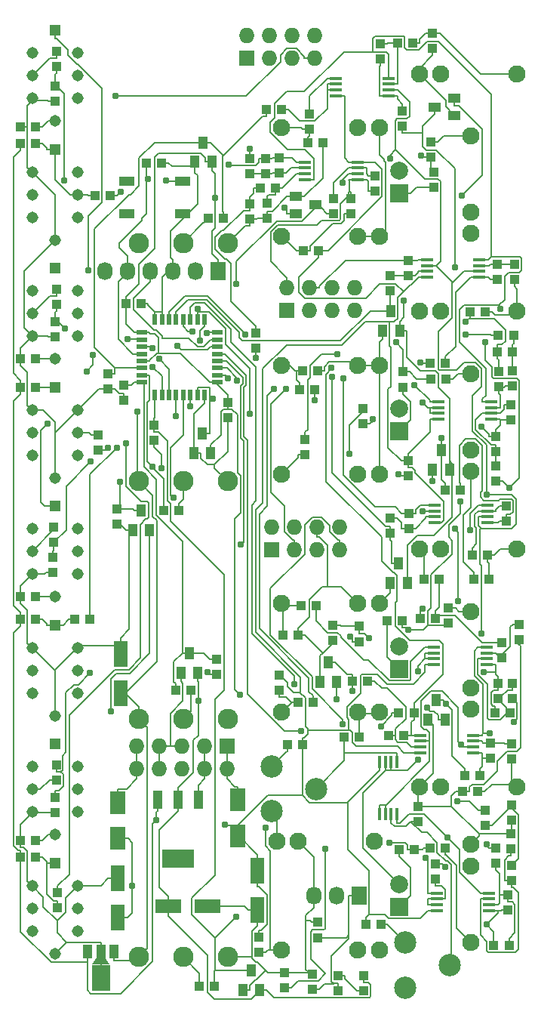
<source format=gbr>
G04 #@! TF.GenerationSoftware,KiCad,Pcbnew,(6.0.0-rc1-dev-1542-gf9f87b3ff-dirty)*
G04 #@! TF.CreationDate,2019-02-04T09:30:53-08:00
G04 #@! TF.ProjectId,qplfo_v22,71706c66-6f5f-4763-9232-2e6b69636164,rev?*
G04 #@! TF.SameCoordinates,PX1329208PY7e341b0*
G04 #@! TF.FileFunction,Copper,L1,Top*
G04 #@! TF.FilePolarity,Positive*
%FSLAX46Y46*%
G04 Gerber Fmt 4.6, Leading zero omitted, Abs format (unit mm)*
G04 Created by KiCad (PCBNEW (6.0.0-rc1-dev-1542-gf9f87b3ff-dirty)) date Monday, 04 February 2019 at 09:30:53*
%MOMM*%
%LPD*%
G04 APERTURE LIST*
%ADD10R,1.000000X1.000000*%
%ADD11R,2.999740X1.600200*%
%ADD12R,1.600200X2.999740*%
%ADD13C,1.930400*%
%ADD14R,1.727200X2.032000*%
%ADD15O,1.727200X2.032000*%
%ADD16C,2.286000*%
%ADD17C,2.499360*%
%ADD18R,1.000000X1.400000*%
%ADD19R,1.400000X1.000000*%
%ADD20R,1.800860X2.499360*%
%ADD21R,1.000760X1.501140*%
%ADD22R,1.998980X2.999740*%
%ADD23C,0.749300*%
%ADD24C,0.025400*%
%ADD25R,1.200000X0.600000*%
%ADD26R,0.600000X1.200000*%
%ADD27C,1.308000*%
%ADD28R,1.308000X1.308000*%
%ADD29R,3.657600X2.032000*%
%ADD30R,1.016000X2.032000*%
%ADD31R,1.450000X0.450000*%
%ADD32R,0.450000X1.450000*%
%ADD33C,2.000000*%
%ADD34R,2.000000X2.000000*%
%ADD35R,1.727200X1.727200*%
%ADD36O,1.727200X1.727200*%
%ADD37R,1.800000X1.100000*%
%ADD38C,0.787400*%
%ADD39C,0.180400*%
%ADD40C,0.180340*%
G04 APERTURE END LIST*
D10*
X54074800Y77635100D03*
X52374800Y77635100D03*
D11*
X18541960Y11011000D03*
X22941240Y11011000D03*
D12*
X12852400Y14124640D03*
X12852400Y9725360D03*
X28549600Y15026640D03*
X28549600Y10627360D03*
X13157200Y34909760D03*
X13157200Y39309040D03*
D13*
X52451000Y97409000D03*
X52451000Y86436200D03*
X52451000Y88849200D03*
X52451000Y70739000D03*
X52451000Y59766200D03*
X52451000Y62179200D03*
X52451000Y44069000D03*
X52451000Y33096200D03*
X52451000Y35509200D03*
X52451000Y6985000D03*
X52451000Y17957800D03*
X52451000Y15544800D03*
X57658000Y104317800D03*
X46685200Y104317800D03*
X49098200Y104317800D03*
X57658000Y77724000D03*
X46685200Y77724000D03*
X49098200Y77724000D03*
X57658000Y51054000D03*
X46685200Y51054000D03*
X49098200Y51054000D03*
X57658000Y24384000D03*
X46685200Y24384000D03*
X49098200Y24384000D03*
X31242000Y86106000D03*
X42214800Y86106000D03*
X39801800Y86106000D03*
X31242000Y59436000D03*
X42214800Y59436000D03*
X39801800Y59436000D03*
X31242000Y32766000D03*
X42214800Y32766000D03*
X39801800Y32766000D03*
X31242000Y6096000D03*
X42214800Y6096000D03*
X39801800Y6096000D03*
X31242000Y98298000D03*
X42214800Y98298000D03*
X39801800Y98298000D03*
X31242000Y71628000D03*
X42214800Y71628000D03*
X39801800Y71628000D03*
X31242000Y44958000D03*
X42214800Y44958000D03*
X39801800Y44958000D03*
X41656000Y18288000D03*
X30683200Y18288000D03*
X33096200Y18288000D03*
D14*
X39916100Y12179000D03*
D15*
X37376100Y12179000D03*
X34836100Y12179000D03*
D16*
X25193000Y85344000D03*
X20193000Y85344000D03*
X15193000Y85344000D03*
X25193000Y58674000D03*
X20193000Y58674000D03*
X15193000Y58674000D03*
X25193000Y32004000D03*
X20193000Y32004000D03*
X15193000Y32004000D03*
X25193000Y5334000D03*
X20193000Y5334000D03*
X15193000Y5334000D03*
D17*
X50126920Y4419640D03*
X45128200Y1920280D03*
X45128200Y6919000D03*
X35090120Y24180640D03*
X30091400Y21681280D03*
X30091400Y26680000D03*
D18*
X22349500Y63985500D03*
X23299500Y61785500D03*
X21399500Y61785500D03*
X49133800Y62194800D03*
X50083800Y59994800D03*
X48183800Y59994800D03*
X48618100Y34127800D03*
X49568100Y31927800D03*
X47668100Y31927800D03*
D19*
X48422200Y100632300D03*
X50622200Y101582300D03*
X50622200Y99682300D03*
D18*
X43525400Y77765000D03*
X44475400Y75565000D03*
X42575400Y75565000D03*
X44373800Y49436200D03*
X45323800Y47236200D03*
X43423800Y47236200D03*
X36474400Y38404800D03*
X37424400Y36204800D03*
X35524400Y36204800D03*
D19*
X35021700Y89636600D03*
X32821700Y88686600D03*
X32821700Y90586600D03*
D18*
X22456100Y96662600D03*
X23406100Y94462600D03*
X21506100Y94462600D03*
X15494000Y55405200D03*
X16444000Y53205200D03*
X14544000Y53205200D03*
X20878800Y39403200D03*
X21828800Y37203200D03*
X19928800Y37203200D03*
X27838400Y3810000D03*
X28788400Y1610000D03*
X26888400Y1610000D03*
D20*
X26314400Y18923020D03*
X26314400Y22920980D03*
X12827000Y22648980D03*
X12827000Y18651020D03*
D21*
X12448540Y5973660D03*
X10947400Y5973660D03*
X9446260Y5973660D03*
D22*
X10947400Y3022180D03*
D23*
X10947400Y4871300D03*
D24*
G36*
X9946640Y4496650D02*
G01*
X10447020Y5245950D01*
X11447780Y5245950D01*
X11948160Y4496650D01*
X9946640Y4496650D01*
X9946640Y4496650D01*
G37*
D25*
X15562000Y75355100D03*
X15562000Y74555100D03*
X15562000Y73755100D03*
X15562000Y72955100D03*
X15562000Y72155100D03*
X15562000Y71355100D03*
X15562000Y70555100D03*
X15562000Y69755100D03*
D26*
X17012000Y68305100D03*
X17812000Y68305100D03*
X18612000Y68305100D03*
X19412000Y68305100D03*
X20212000Y68305100D03*
X21012000Y68305100D03*
X21812000Y68305100D03*
X22612000Y68305100D03*
D25*
X24062000Y69755100D03*
X24062000Y70555100D03*
X24062000Y71355100D03*
X24062000Y72155100D03*
X24062000Y72955100D03*
X24062000Y73755100D03*
X24062000Y74555100D03*
X24062000Y75355100D03*
D26*
X22612000Y76805100D03*
X21812000Y76805100D03*
X21012000Y76805100D03*
X20212000Y76805100D03*
X19412000Y76805100D03*
X18612000Y76805100D03*
X17812000Y76805100D03*
X17012000Y76805100D03*
D10*
X55143400Y32727900D03*
X56843400Y32727900D03*
X55055400Y6604000D03*
X56755400Y6604000D03*
X29464000Y94830000D03*
X29464000Y93130000D03*
X55245000Y63701400D03*
X55245000Y62001400D03*
X8040000Y43180000D03*
X9740000Y43180000D03*
X6096000Y10834000D03*
X6096000Y12534000D03*
X10326000Y90678000D03*
X12026000Y90678000D03*
X10668000Y63842000D03*
X10668000Y62142000D03*
X11709400Y70738100D03*
X11709400Y69038100D03*
X12738100Y55561600D03*
X12738100Y53861600D03*
X5842000Y101258000D03*
X5842000Y102958000D03*
X5842000Y74842000D03*
X5842000Y76542000D03*
X5588000Y48426000D03*
X5588000Y50126000D03*
X5842000Y21502000D03*
X5842000Y23202000D03*
X46507400Y20511000D03*
X46507400Y22211000D03*
X13512800Y69417300D03*
X13512800Y67717300D03*
X16916400Y64946900D03*
X16916400Y63246900D03*
X38266000Y29972000D03*
X39966000Y29972000D03*
X31584900Y1880000D03*
X31584900Y3580000D03*
X16079100Y94373700D03*
X17779100Y94373700D03*
X54507500Y47701200D03*
X52807500Y47701200D03*
X53262000Y23901000D03*
X51562000Y23901000D03*
X48196500Y108901600D03*
X48196500Y107201600D03*
X57353200Y83007200D03*
X57353200Y81307200D03*
X52617000Y50393600D03*
X54317000Y50393600D03*
X57048400Y29208000D03*
X57048400Y27508000D03*
X44259500Y107772200D03*
X45959500Y107772200D03*
X55473600Y81307200D03*
X55473600Y83007200D03*
X56438800Y54166400D03*
X56438800Y55866400D03*
X54635400Y27610000D03*
X54635400Y29310000D03*
X42291000Y106045900D03*
X42291000Y107745900D03*
X49605300Y71882000D03*
X47905300Y71882000D03*
X51255400Y57658000D03*
X49555400Y57658000D03*
X53490600Y25679000D03*
X51790600Y25679000D03*
X44805600Y100202100D03*
X44805600Y98502100D03*
X42392600Y8954000D03*
X40692600Y8954000D03*
X34709100Y1728000D03*
X34709100Y3428000D03*
X45415200Y59283600D03*
X45415200Y60983600D03*
X30988000Y35218000D03*
X30988000Y36918000D03*
X28651200Y5842000D03*
X28651200Y7542000D03*
X33694000Y84531200D03*
X35394000Y84531200D03*
X33870900Y63384800D03*
X33870900Y61684800D03*
X34759000Y33858200D03*
X33059000Y33858200D03*
X46087400Y32702500D03*
X44387400Y32702500D03*
X38989000Y90385000D03*
X38989000Y88685000D03*
X45440600Y81750800D03*
X45440600Y83450800D03*
X45491400Y53366300D03*
X45491400Y55066300D03*
X43232600Y30188000D03*
X44932600Y30188000D03*
X41744900Y92937700D03*
X41744900Y91237700D03*
X43383200Y81723600D03*
X43383200Y80023600D03*
X43434000Y54545600D03*
X43434000Y52845600D03*
X40905800Y36271200D03*
X39205800Y36271200D03*
X37084000Y90385000D03*
X37084000Y88685000D03*
X55930800Y38889200D03*
X55930800Y40589200D03*
X57023000Y13894000D03*
X57023000Y15594000D03*
X30542600Y91567000D03*
X28842600Y91567000D03*
X57099200Y69381000D03*
X57099200Y71081000D03*
X57124600Y36029000D03*
X57124600Y34329000D03*
X55295800Y15850000D03*
X55295800Y17550000D03*
X27686000Y93130000D03*
X27686000Y94830000D03*
X55270400Y60399400D03*
X55270400Y58699400D03*
X55499000Y36004500D03*
X55499000Y34304500D03*
X56642000Y10580000D03*
X56642000Y12280000D03*
X30988000Y94918000D03*
X30988000Y93218000D03*
X56972200Y65520200D03*
X56972200Y67220200D03*
X35863900Y96647000D03*
X34163900Y96647000D03*
X35254300Y71018400D03*
X33554300Y71018400D03*
X34328100Y99859200D03*
X34328100Y98159200D03*
X34962200Y68935600D03*
X33262200Y68935600D03*
X43104700Y43065700D03*
X44804700Y43065700D03*
X44438200Y17399000D03*
X46138200Y17399000D03*
X49974500Y44449100D03*
X49974500Y42749100D03*
X49618000Y17526000D03*
X47918000Y17526000D03*
X48285400Y91618700D03*
X48285400Y93318700D03*
X44856400Y69228600D03*
X44856400Y70928600D03*
X47980600Y96696900D03*
X47980600Y94996900D03*
X49656100Y70154800D03*
X47956100Y70154800D03*
X1944000Y96520000D03*
X3644000Y96520000D03*
X1944000Y69215000D03*
X3644000Y69215000D03*
X1944000Y43180000D03*
X3644000Y43180000D03*
X1944000Y16510000D03*
X3644000Y16510000D03*
X29540200Y100368100D03*
X31240200Y100368100D03*
X40373300Y66801100D03*
X40373300Y65101100D03*
X24688800Y88138000D03*
X22988800Y88138000D03*
X18034900Y55410100D03*
X19734900Y55410100D03*
X5969000Y105195000D03*
X5969000Y106895000D03*
X5969000Y78525000D03*
X5969000Y80225000D03*
X5689600Y51841400D03*
X5689600Y53541400D03*
X5969000Y26885000D03*
X5969000Y25185000D03*
X33108000Y41402000D03*
X31408000Y41402000D03*
X37020500Y40817800D03*
X37020500Y42517800D03*
X1944000Y98425000D03*
X3644000Y98425000D03*
X35140000Y44704000D03*
X33440000Y44704000D03*
X39979600Y40692600D03*
X39979600Y42392600D03*
X1944000Y72390000D03*
X3644000Y72390000D03*
X1944000Y45720000D03*
X3644000Y45720000D03*
X1944000Y18415000D03*
X3644000Y18415000D03*
X23977600Y38696000D03*
X23977600Y36996000D03*
X48514000Y15785000D03*
X48514000Y14085000D03*
X19393800Y35204400D03*
X21093800Y35204400D03*
X23709100Y2019000D03*
X22009100Y2019000D03*
X31904200Y29172000D03*
X33604200Y29172000D03*
X37579300Y1576000D03*
X37579300Y3276000D03*
X40474900Y1550000D03*
X40474900Y3250000D03*
D27*
X8331200Y39980000D03*
X8331200Y37440000D03*
X8331200Y34900000D03*
X3251200Y39980000D03*
X3251200Y37440000D03*
X3251200Y34900000D03*
X5791200Y32360000D03*
D28*
X5791200Y42520000D03*
D27*
X8331200Y13310000D03*
X8331200Y10770000D03*
X8331200Y8230000D03*
X3251200Y13310000D03*
X3251200Y10770000D03*
X3251200Y8230000D03*
X5791200Y5690000D03*
D28*
X5791200Y15850000D03*
D27*
X8331200Y93319600D03*
X8331200Y90779600D03*
X8331200Y88239600D03*
X3251200Y93319600D03*
X3251200Y90779600D03*
X3251200Y88239600D03*
X5791200Y85699600D03*
D28*
X5791200Y95859600D03*
D27*
X8331200Y66649600D03*
X8331200Y64109600D03*
X8331200Y61569600D03*
X3251200Y66649600D03*
X3251200Y64109600D03*
X3251200Y61569600D03*
X5791200Y59029600D03*
D28*
X5791200Y69189600D03*
D27*
X8331200Y106680000D03*
X8331200Y104140000D03*
X8331200Y101600000D03*
X3251200Y106680000D03*
X3251200Y104140000D03*
X3251200Y101600000D03*
X5791200Y99060000D03*
D28*
X5791200Y109220000D03*
D27*
X8331200Y80010000D03*
X8331200Y77470000D03*
X8331200Y74930000D03*
X3251200Y80010000D03*
X3251200Y77470000D03*
X3251200Y74930000D03*
X5791200Y72390000D03*
D28*
X5791200Y82550000D03*
D27*
X8331200Y53340000D03*
X8331200Y50800000D03*
X8331200Y48260000D03*
X3251200Y53340000D03*
X3251200Y50800000D03*
X3251200Y48260000D03*
X5791200Y45720000D03*
D28*
X5791200Y55880000D03*
D27*
X8331200Y26670000D03*
X8331200Y24130000D03*
X8331200Y21590000D03*
X3251200Y26670000D03*
X3251200Y24130000D03*
X3251200Y21590000D03*
X5791200Y19050000D03*
D28*
X5791200Y29210000D03*
D29*
X19608800Y16383000D03*
D30*
X19608800Y22987000D03*
X17322800Y22987000D03*
X21894800Y22987000D03*
D10*
X47232200Y47650400D03*
X48932200Y47650400D03*
X57023000Y20638000D03*
X57023000Y22338000D03*
X55461800Y73202800D03*
X57161800Y73202800D03*
X27686000Y88062700D03*
X27686000Y89762700D03*
X57861200Y40908500D03*
X57861200Y42608500D03*
X56972200Y19138000D03*
X56972200Y17438000D03*
X29616400Y88138900D03*
X29616400Y89838900D03*
X55600600Y71004800D03*
X55600600Y69304800D03*
X48461400Y43319700D03*
X46761400Y43319700D03*
X54102000Y20105000D03*
X54102000Y21805000D03*
X28321000Y75258400D03*
X28321000Y73558400D03*
X57263400Y75031600D03*
X55563400Y75031600D03*
D31*
X54537400Y10531000D03*
X54537400Y11181000D03*
X54537400Y11831000D03*
X54537400Y12481000D03*
X48637400Y12481000D03*
X48637400Y11831000D03*
X48637400Y11181000D03*
X48637400Y10531000D03*
X54245300Y38102900D03*
X54245300Y38752900D03*
X54245300Y39402900D03*
X54245300Y40052900D03*
X48345300Y40052900D03*
X48345300Y39402900D03*
X48345300Y38752900D03*
X48345300Y38102900D03*
X54308800Y54041400D03*
X54308800Y54691400D03*
X54308800Y55341400D03*
X54308800Y55991400D03*
X48408800Y55991400D03*
X48408800Y55341400D03*
X48408800Y54691400D03*
X48408800Y54041400D03*
X54766000Y65623800D03*
X54766000Y66273800D03*
X54766000Y66923800D03*
X54766000Y67573800D03*
X48866000Y67573800D03*
X48866000Y66923800D03*
X48866000Y66273800D03*
X48866000Y65623800D03*
X53445200Y81549600D03*
X53445200Y82199600D03*
X53445200Y82849600D03*
X53445200Y83499600D03*
X47545200Y83499600D03*
X47545200Y82849600D03*
X47545200Y82199600D03*
X47545200Y81549600D03*
X33880000Y94447000D03*
X33880000Y93797000D03*
X33880000Y93147000D03*
X33880000Y92497000D03*
X39780000Y92497000D03*
X39780000Y93147000D03*
X39780000Y93797000D03*
X39780000Y94447000D03*
X43247100Y101907700D03*
X43247100Y102557700D03*
X43247100Y103207700D03*
X43247100Y103857700D03*
X37347100Y103857700D03*
X37347100Y103207700D03*
X37347100Y102557700D03*
X37347100Y101907700D03*
X52708600Y28235000D03*
X52708600Y28885000D03*
X52708600Y29535000D03*
X52708600Y30185000D03*
X46808600Y30185000D03*
X46808600Y29535000D03*
X46808600Y28885000D03*
X46808600Y28235000D03*
D32*
X42217700Y21332000D03*
X42867700Y21332000D03*
X43517700Y21332000D03*
X44167700Y21332000D03*
X44167700Y27232000D03*
X43517700Y27232000D03*
X42867700Y27232000D03*
X42217700Y27232000D03*
D10*
X13779500Y78549500D03*
X15479500Y78549500D03*
X25184100Y67512300D03*
X25184100Y65812300D03*
D33*
X44450000Y40132000D03*
D34*
X44450000Y37592000D03*
D33*
X44450000Y13462000D03*
D34*
X44450000Y10922000D03*
D33*
X44450000Y93472000D03*
D34*
X44450000Y90932000D03*
D33*
X44450000Y66802000D03*
D34*
X44450000Y64262000D03*
D35*
X25146000Y28981000D03*
D36*
X25146000Y26441000D03*
X22606000Y28981000D03*
X22606000Y26441000D03*
X20066000Y28981000D03*
X20066000Y26441000D03*
X17526000Y28981000D03*
X17526000Y26441000D03*
X14986000Y28981000D03*
X14986000Y26441000D03*
D14*
X24104600Y82219800D03*
D15*
X21564600Y82219800D03*
X19024600Y82219800D03*
X16484600Y82219800D03*
X13944600Y82219800D03*
X11404600Y82219800D03*
D35*
X31820200Y77809600D03*
D36*
X31820200Y80349600D03*
X34360200Y77809600D03*
X34360200Y80349600D03*
X36900200Y77809600D03*
X36900200Y80349600D03*
X39440200Y77809600D03*
X39440200Y80349600D03*
D35*
X30160800Y50992700D03*
D36*
X30160800Y53532700D03*
X32700800Y50992700D03*
X32700800Y53532700D03*
X35240800Y50992700D03*
X35240800Y53532700D03*
X37780800Y50992700D03*
X37780800Y53532700D03*
D35*
X27317700Y106070400D03*
D36*
X27317700Y108610400D03*
X29857700Y106070400D03*
X29857700Y108610400D03*
X32397700Y106070400D03*
X32397700Y108610400D03*
X34937700Y106070400D03*
X34937700Y108610400D03*
D37*
X20104100Y88633300D03*
X13904100Y88633300D03*
X20104100Y92333300D03*
X13904100Y92333300D03*
D10*
X35306000Y9206600D03*
X35306000Y7506600D03*
D38*
X48183800Y58716600D03*
X17753700Y60123600D03*
X51847500Y76516700D03*
X52387900Y53171500D03*
X55749000Y77985100D03*
X49850800Y18746600D03*
X14495500Y13290000D03*
X54571400Y30386900D03*
X17200200Y20664800D03*
X24837100Y20135200D03*
X15077600Y66482900D03*
X53940900Y37265400D03*
X54213500Y8978600D03*
X25307400Y94159800D03*
X53687400Y64754300D03*
X12726600Y62408300D03*
X13756100Y62886700D03*
X13157200Y91084396D03*
X11746800Y62450100D03*
X6846100Y92378800D03*
X16750700Y71495100D03*
X6920200Y75767200D03*
X17488700Y72370700D03*
X9794400Y60855800D03*
X19412000Y65955600D03*
X19093100Y56801200D03*
X9730400Y37179600D03*
X13084400Y58577500D03*
X16722000Y60325800D03*
X38815700Y61713700D03*
X26104900Y9842100D03*
X49593000Y15434200D03*
X51399500Y29176800D03*
X43396900Y94839800D03*
X38123700Y92173400D03*
X54228700Y57162200D03*
X47095300Y55319500D03*
X36106100Y17494400D03*
X53692200Y41605800D03*
X23510000Y67941100D03*
X46819200Y71967200D03*
X21812000Y77981400D03*
X27697400Y66210100D03*
X49133800Y63485600D03*
X32650700Y35875000D03*
X49699400Y33685400D03*
X20980200Y67108400D03*
X50663300Y82659800D03*
X27145500Y75120100D03*
X36885100Y70369600D03*
X16756538Y73555877D03*
X39205800Y35186400D03*
X21219019Y75474814D03*
X26181200Y80814400D03*
X50673600Y53335700D03*
X51042900Y45210400D03*
X46525000Y27422100D03*
X9566000Y82277900D03*
X19557700Y73829000D03*
X13919200Y74574400D03*
X10058400Y72821800D03*
X9347200Y70993000D03*
X4953000Y65151000D03*
X22104086Y74437484D03*
X31701600Y69050000D03*
X38124500Y31410900D03*
X54214000Y17942700D03*
X56818200Y57922300D03*
X57262800Y31648500D03*
X54048200Y74243700D03*
X27686000Y95915700D03*
X37531700Y72887400D03*
X30413700Y69048800D03*
X38146900Y70165900D03*
X36852400Y71377700D03*
X46856700Y95150400D03*
X45434200Y41980200D03*
X51331300Y56442300D03*
X12628500Y101833000D03*
X43343100Y18106400D03*
X44062000Y74250900D03*
X47030100Y44419300D03*
X26667000Y51559500D03*
X33461700Y30644300D03*
X50978300Y22809700D03*
X25238500Y70246100D03*
X28321000Y72483200D03*
X26256100Y69927400D03*
X51874700Y75120900D03*
X46167000Y69411300D03*
X34962200Y67735700D03*
X47083900Y67471300D03*
X41452200Y65628100D03*
X47434700Y16436900D03*
X38897900Y41231300D03*
X46539300Y37368900D03*
X22903200Y37287300D03*
X44340000Y59433800D03*
X29410300Y19842400D03*
X42416400Y31213200D03*
X41084600Y41073400D03*
X21882800Y34082300D03*
X37424400Y34252800D03*
X12086300Y32863900D03*
X44965300Y78952400D03*
X47526900Y33325100D03*
X26544000Y34713800D03*
X23779100Y90404300D03*
X31545200Y89324100D03*
X51432900Y90652500D03*
X18262600Y92354400D03*
X16205200Y92532200D03*
X22874500Y75259600D03*
D39*
X58102500Y40908500D02*
X57810400Y40616400D01*
X57810400Y40616400D02*
X57810400Y40429900D01*
X57810400Y40429900D02*
X58039000Y40201300D01*
X52332700Y24382700D02*
X52332700Y23901000D01*
X58039000Y40201300D02*
X58039000Y28766100D01*
X58039000Y28766100D02*
X57642500Y28369600D01*
X57642500Y28369600D02*
X56520100Y28369600D01*
X55421600Y27271100D02*
X55421600Y26187100D01*
X56520100Y28369600D02*
X55421600Y27271100D01*
X55421600Y26187100D02*
X53906200Y24671700D01*
X53906200Y24671700D02*
X52621700Y24671700D01*
X52621700Y24671700D02*
X52332700Y24382700D01*
X52332700Y23901000D02*
X51562000Y23901000D01*
X12738100Y53861600D02*
X12738100Y53860700D01*
X12738100Y53860700D02*
X12903200Y53695600D01*
X12903200Y53695600D02*
X13282900Y53695600D01*
X13282900Y53695600D02*
X13773300Y53205200D01*
X13773300Y53205200D02*
X14158700Y53205200D01*
X4176095Y66649600D02*
X3251200Y66649600D01*
X4437479Y66649600D02*
X4176095Y66649600D01*
X5791200Y65295879D02*
X4437479Y66649600D01*
X5791200Y64109600D02*
X5791200Y65295879D01*
X33959800Y3944000D02*
X33959800Y9423400D01*
X33959800Y9423400D02*
X33959800Y10016000D01*
D40*
X35306000Y9206600D02*
X34625660Y9206600D01*
X34625660Y9206600D02*
X34408860Y9423400D01*
X34408860Y9423400D02*
X33959800Y9423400D01*
D39*
X34323800Y3580000D02*
X33959800Y3944000D01*
X33959800Y10016000D02*
X34836100Y10892300D01*
X34836100Y10892300D02*
X34836100Y12179000D01*
X20689500Y88633300D02*
X20689500Y88634500D01*
X20689500Y88634500D02*
X21818600Y89763600D01*
X21818600Y89763600D02*
X21818600Y92964000D01*
X21818600Y92964000D02*
X21506100Y93276500D01*
X21506100Y93276500D02*
X21506100Y94462600D01*
X21564600Y94234000D02*
X21310600Y93980000D01*
X18943500Y93980000D02*
X18549800Y94373700D01*
X21310600Y93980000D02*
X18943500Y93980000D01*
X18549800Y94373700D02*
X17779100Y94373700D01*
X22606000Y26441000D02*
X22606000Y28981000D01*
X21894800Y24595500D02*
X21894800Y22987000D01*
X22606000Y25306700D02*
X21894800Y24595500D01*
X22606000Y26441000D02*
X22606000Y25306700D01*
X1944000Y73622800D02*
X1944000Y72390000D01*
X3251200Y74930000D02*
X1944000Y73622800D01*
X2714700Y70848600D02*
X1944000Y71619300D01*
X2714700Y67186100D02*
X2714700Y70848600D01*
X3251200Y66649600D02*
X2714700Y67186100D01*
X1944000Y72390000D02*
X1944000Y71619300D01*
X5791200Y59029600D02*
X5791200Y64109600D01*
X5791200Y64109600D02*
X8331200Y66649600D01*
X1944000Y18415000D02*
X1944000Y17644300D01*
X2714700Y44178600D02*
X1944000Y44949300D01*
X2714700Y40516500D02*
X2714700Y44178600D01*
X3251200Y39980000D02*
X2714700Y40516500D01*
X1944000Y45720000D02*
X1944000Y44949300D01*
X27686000Y88062700D02*
X28456700Y88062700D01*
X47232200Y50507000D02*
X46685200Y51054000D01*
X47232200Y47650400D02*
X47232200Y50507000D01*
X10947400Y4871300D02*
X10947400Y5973700D01*
X10947400Y3022200D02*
X10947400Y4871300D01*
X14544000Y53205200D02*
X14158700Y53205200D01*
X14158700Y42081100D02*
X13157200Y41079600D01*
X14158700Y53205200D02*
X14158700Y42081100D01*
X43423800Y46167000D02*
X43423800Y47236200D01*
X42214800Y44958000D02*
X43423800Y46167000D01*
X13157200Y39309000D02*
X13157200Y40194300D01*
X13157200Y40194300D02*
X13157200Y41079600D01*
X8545500Y40194300D02*
X8331200Y39980000D01*
X13157200Y40194300D02*
X8545500Y40194300D01*
X37020500Y40817800D02*
X37020500Y40432500D01*
X35240800Y53532700D02*
X35240800Y52398400D01*
X55461800Y72817500D02*
X55461800Y72432100D01*
X27141000Y87292000D02*
X27686000Y87292000D01*
X25193000Y85344000D02*
X27141000Y87292000D01*
X27686000Y88062700D02*
X27686000Y87292000D01*
X55600600Y72293300D02*
X55600600Y71004800D01*
X55461800Y72432100D02*
X55600600Y72293300D01*
X31584900Y3580000D02*
X30814200Y3580000D01*
X35524400Y36204800D02*
X35524400Y37175500D01*
X51562000Y23901000D02*
X50791300Y23901000D01*
X48183800Y59994800D02*
X48183800Y59024100D01*
X48183800Y59024100D02*
X48183800Y58716600D01*
X5588000Y48426000D02*
X4817300Y48426000D01*
X1944000Y46952800D02*
X3251200Y48260000D01*
X1944000Y45720000D02*
X1944000Y46952800D01*
X4651300Y48260000D02*
X4817300Y48426000D01*
X3251200Y48260000D02*
X4651300Y48260000D01*
X5842000Y21502000D02*
X5071300Y21502000D01*
X3251200Y21502000D02*
X5071300Y21502000D01*
X3251200Y21590000D02*
X3251200Y21502000D01*
X1944000Y20194800D02*
X1944000Y18415000D01*
X3251200Y21502000D02*
X1944000Y20194800D01*
X5842000Y74842000D02*
X5071300Y74842000D01*
X2317600Y75863600D02*
X3251200Y74930000D01*
X2317600Y82226000D02*
X2317600Y75863600D01*
X5791200Y85699600D02*
X2317600Y82226000D01*
X4983300Y74930000D02*
X5071300Y74842000D01*
X3251200Y74930000D02*
X4983300Y74930000D01*
X22612000Y68305100D02*
X22612000Y67434400D01*
X27659100Y2119500D02*
X27659100Y1610000D01*
X28378800Y2839200D02*
X27659100Y2119500D01*
X28465900Y2839200D02*
X28378800Y2839200D01*
X29454900Y3828200D02*
X28465900Y2839200D01*
X29703000Y3580000D02*
X29454900Y3828200D01*
X30814200Y3580000D02*
X29703000Y3580000D01*
X27880400Y5219700D02*
X27880400Y5334000D01*
X28319300Y4780800D02*
X27880400Y5219700D01*
X28502200Y4780800D02*
X28319300Y4780800D01*
X29454900Y3828200D02*
X28502200Y4780800D01*
X27880400Y8187600D02*
X28549600Y8856800D01*
X27880400Y5334000D02*
X27880400Y8187600D01*
X25193000Y5334000D02*
X27880400Y5334000D01*
X34709100Y3428000D02*
X34323800Y3428000D01*
X31584900Y3580000D02*
X32355600Y3580000D01*
X34323800Y3580000D02*
X32355600Y3580000D01*
X34323800Y3428000D02*
X34323800Y3580000D01*
X48196500Y107201600D02*
X48196500Y106430900D01*
X49651400Y101351600D02*
X46685200Y104317800D01*
X49651400Y100653100D02*
X49651400Y101351600D01*
X50622200Y99682300D02*
X49651400Y100653100D01*
X46685200Y104919600D02*
X48196500Y106430900D01*
X46685200Y104317800D02*
X46685200Y104919600D01*
X5791200Y90779600D02*
X3251200Y93319600D01*
X5791200Y85699600D02*
X5791200Y90779600D01*
X1944000Y98425000D02*
X2714700Y98425000D01*
X2714700Y98425000D02*
X2714800Y98425000D01*
X2714800Y93856000D02*
X3251200Y93319600D01*
X2714800Y98425000D02*
X2714800Y93856000D01*
X5842000Y101258000D02*
X5071300Y101258000D01*
X3251200Y101600000D02*
X3251200Y101331800D01*
X2714800Y100795400D02*
X3251200Y101331800D01*
X2714800Y98425000D02*
X2714800Y100795400D01*
X4997500Y101331800D02*
X5071300Y101258000D01*
X3251200Y101331800D02*
X4997500Y101331800D01*
X2233100Y17644300D02*
X1944000Y17644300D01*
X2714700Y17162700D02*
X2233100Y17644300D01*
X2714700Y13846500D02*
X2714700Y17162700D01*
X3251200Y13310000D02*
X2714700Y13846500D01*
X10947400Y5973700D02*
X10947400Y6995000D01*
X5791200Y5690000D02*
X7096200Y6995000D01*
X7096200Y6995000D02*
X10947400Y6995000D01*
X4505500Y12055700D02*
X3251200Y13310000D01*
X4505500Y10975100D02*
X4505500Y12055700D01*
X6063600Y9417100D02*
X4505500Y10975100D01*
X6063500Y9417000D02*
X6063600Y9417100D01*
X6063500Y8027700D02*
X6063500Y9417000D01*
X7096200Y6995000D02*
X6063500Y8027700D01*
X12852400Y14124600D02*
X11781600Y14124600D01*
X8331200Y13309900D02*
X8331200Y13310000D01*
X7008900Y11987600D02*
X8331200Y13309900D01*
X7008900Y10362400D02*
X7008900Y11987600D01*
X6063600Y9417100D02*
X7008900Y10362400D01*
X10967000Y13310000D02*
X11781600Y14124600D01*
X8331200Y13310000D02*
X10967000Y13310000D01*
X16916400Y63246900D02*
X16916400Y62476200D01*
X28549600Y9742100D02*
X28549600Y8856800D01*
X28549600Y9742100D02*
X28549600Y10627400D01*
X27095200Y11011000D02*
X22941200Y11011000D01*
X27478800Y10627400D02*
X27095200Y11011000D01*
X28549600Y10627400D02*
X27478800Y10627400D01*
X33108000Y41402000D02*
X33108000Y42172700D01*
X36375100Y51462600D02*
X36375100Y46839500D01*
X35439300Y52398400D02*
X36375100Y51462600D01*
X35240800Y52398400D02*
X35439300Y52398400D01*
X37920300Y46839500D02*
X36375100Y46839500D01*
X39801800Y44958000D02*
X37920300Y46839500D01*
X34369200Y43433900D02*
X33108000Y42172700D01*
X34369200Y45391500D02*
X34369200Y43433900D01*
X35817200Y46839500D02*
X34369200Y45391500D01*
X36375100Y46839500D02*
X35817200Y46839500D01*
X33108000Y41402000D02*
X33878700Y41402000D01*
X35851800Y39428900D02*
X33878700Y41402000D01*
X36855400Y40432500D02*
X35851800Y39428900D01*
X37020500Y40432500D02*
X36855400Y40432500D01*
X35524400Y39101500D02*
X35524400Y37175500D01*
X35851800Y39428900D02*
X35524400Y39101500D01*
X35863900Y92658100D02*
X35863900Y96647000D01*
X33792400Y90586600D02*
X35863900Y92658100D01*
X32821700Y90586600D02*
X33792400Y90586600D01*
X36025000Y71500100D02*
X36025000Y71018400D01*
X36574500Y72049600D02*
X36025000Y71500100D01*
X39380200Y72049600D02*
X36574500Y72049600D01*
X39801800Y71628000D02*
X39380200Y72049600D01*
X35254300Y71018400D02*
X36025000Y71018400D01*
X42050600Y32601800D02*
X42214800Y32766000D01*
X39966000Y32601800D02*
X42050600Y32601800D01*
X39966000Y29972000D02*
X39966000Y32601800D01*
X39966000Y32601800D02*
X39801800Y32766000D01*
X42214800Y86106000D02*
X39801800Y86106000D01*
X42214800Y71628000D02*
X42214800Y59436000D01*
X42214800Y71628000D02*
X39801800Y71628000D01*
X42575400Y75565000D02*
X42575400Y74594300D01*
X21399500Y66221900D02*
X22612000Y67434400D01*
X21399500Y61785500D02*
X21399500Y66221900D01*
X17812000Y76805100D02*
X17812000Y77675800D01*
X17812000Y77675800D02*
X17012000Y77675800D01*
X20104100Y88633300D02*
X20689500Y88633300D01*
X18756400Y83774700D02*
X19024600Y83506500D01*
X18756400Y86700200D02*
X18756400Y83774700D01*
X20689500Y88633300D02*
X18756400Y86700200D01*
X19024600Y82219800D02*
X19024600Y82739200D01*
X19024600Y82739200D02*
X19024600Y83506500D01*
X17812000Y81526600D02*
X17812000Y77675800D01*
X19024600Y82739200D02*
X17812000Y81526600D01*
X17012000Y76805100D02*
X17012000Y77675800D01*
X16250200Y78437600D02*
X17012000Y77675800D01*
X16250200Y78549500D02*
X16250200Y78437600D01*
X15479500Y78549500D02*
X16250200Y78549500D01*
X55461800Y72817500D02*
X55461800Y73202800D01*
X26888400Y1610000D02*
X27659100Y1610000D01*
X34836100Y16548100D02*
X34836100Y12179000D01*
X33096200Y18288000D02*
X34836100Y16548100D01*
X10719700Y69038100D02*
X8331200Y66649600D01*
X11709400Y69038100D02*
X10719700Y69038100D01*
X13030200Y68488000D02*
X13512800Y68488000D01*
X12480100Y69038100D02*
X13030200Y68488000D01*
X11709400Y69038100D02*
X12480100Y69038100D01*
X13512800Y67717300D02*
X13512800Y68488000D01*
X20066000Y28981000D02*
X18931700Y28981000D01*
X17526000Y26441000D02*
X17526000Y28981000D01*
X19928800Y37203200D02*
X19928800Y36232500D01*
X20164600Y35996700D02*
X19928800Y36232500D01*
X20164600Y34020300D02*
X20164600Y35996700D01*
X18756000Y32611700D02*
X20164600Y34020300D01*
X18756000Y28981000D02*
X18756000Y32611700D01*
X17526000Y28981000D02*
X18756000Y28981000D01*
X18756000Y28981000D02*
X18931700Y28981000D01*
X21399500Y61785500D02*
X22170200Y61785500D01*
X23729000Y60138000D02*
X23729000Y60549500D01*
X25193000Y58674000D02*
X23729000Y60138000D01*
X25184100Y62004600D02*
X23729000Y60549500D01*
X25184100Y65812300D02*
X25184100Y62004600D01*
X22170200Y61270500D02*
X22170200Y61785500D01*
X22891200Y60549500D02*
X22170200Y61270500D01*
X23729000Y60549500D02*
X22891200Y60549500D01*
X42214800Y74233700D02*
X42214800Y71628000D01*
X42575400Y74594300D02*
X42214800Y74233700D01*
X46507400Y22211000D02*
X50313900Y22211000D01*
X50313900Y23423600D02*
X50791300Y23901000D01*
X50313900Y22211000D02*
X50313900Y23423600D01*
X46507400Y24206200D02*
X46685200Y24384000D01*
X46507400Y22211000D02*
X46507400Y24206200D01*
X48223800Y31372100D02*
X47668100Y31927800D01*
X48223800Y25922600D02*
X48223800Y31372100D01*
X46685200Y24384000D02*
X48223800Y25922600D01*
X52374800Y77635100D02*
X52374800Y76954700D01*
X52374800Y76954700D02*
X52374800Y76864400D01*
X55943500Y73973500D02*
X55461800Y73973500D01*
X56359200Y74389200D02*
X55943500Y73973500D01*
X56359200Y75642100D02*
X56359200Y74389200D01*
X55136900Y76864400D02*
X56359200Y75642100D01*
X52374800Y76864400D02*
X55136900Y76864400D01*
X55461800Y73202800D02*
X55461800Y73973500D01*
X56187600Y19124100D02*
X56201500Y19138000D01*
X53400800Y19124100D02*
X56187600Y19124100D01*
X53400800Y18907600D02*
X53400800Y19124100D01*
X52451000Y17957800D02*
X53400800Y18907600D01*
X53400800Y19124100D02*
X50313900Y22211000D01*
X56972200Y19138000D02*
X56586900Y19138000D01*
X56586900Y19138000D02*
X56201500Y19138000D01*
X57023000Y19574100D02*
X57023000Y20638000D01*
X56586900Y19138000D02*
X57023000Y19574100D01*
X17753700Y61638900D02*
X17753700Y60123600D01*
X16916400Y62476200D02*
X17753700Y61638900D01*
X5735000Y37496200D02*
X3251200Y39980000D01*
X5791200Y37496200D02*
X5735000Y37496200D01*
X5791200Y37496200D02*
X5791200Y32360000D01*
X8275000Y39980000D02*
X5791200Y37496200D01*
X8331200Y39980000D02*
X8275000Y39980000D01*
X52195200Y76864400D02*
X52374800Y76864400D01*
X51847500Y76516700D02*
X52195200Y76864400D01*
X30683200Y21089500D02*
X30091400Y21681300D01*
X30683200Y18288000D02*
X30683200Y21089500D01*
X28532900Y88138900D02*
X29616400Y88138900D01*
X28456700Y88062700D02*
X28532900Y88138900D01*
X30174000Y88909600D02*
X31851000Y90586600D01*
X29616400Y88909600D02*
X30174000Y88909600D01*
X29616400Y88138900D02*
X29616400Y88909600D01*
X32821700Y90586600D02*
X31851000Y90586600D01*
X42876600Y86767800D02*
X42214800Y86106000D01*
X42876600Y94420500D02*
X42876600Y86767800D01*
X42732500Y94564600D02*
X42876600Y94420500D01*
X42732500Y94746900D02*
X42732500Y94564600D01*
X42214800Y95264600D02*
X42732500Y94746900D01*
X42214800Y98298000D02*
X42214800Y95264600D01*
X51665700Y49613700D02*
X52807500Y48471900D01*
X51665700Y54905400D02*
X51665700Y49613700D01*
X52451000Y55690700D02*
X51665700Y54905400D01*
X52451000Y59766200D02*
X52451000Y55690700D01*
X52807500Y47701200D02*
X52807500Y48471900D01*
X54766000Y67573800D02*
X53770300Y67573800D01*
X12827000Y18651000D02*
X13998100Y18651000D01*
X12852400Y9725400D02*
X13923200Y9725400D01*
X52387900Y55066200D02*
X53313100Y55991400D01*
X52387900Y53171500D02*
X52387900Y55066200D01*
X54308800Y55991400D02*
X53313100Y55991400D01*
X44167700Y21332000D02*
X44167700Y20336300D01*
X54537400Y12481000D02*
X53541700Y12481000D01*
X47265300Y21332000D02*
X49850800Y18746600D01*
X45535100Y21332000D02*
X47265300Y21332000D01*
X44539400Y20336300D02*
X45535100Y21332000D01*
X44167700Y20336300D02*
X44539400Y20336300D01*
X51209700Y14813000D02*
X53541700Y12481000D01*
X51209700Y17387600D02*
X51209700Y14813000D01*
X49850800Y18746600D02*
X51209700Y17387600D01*
X53445200Y83499600D02*
X54440900Y83499600D01*
X51721500Y78416600D02*
X55637100Y78416600D01*
X51181800Y77876900D02*
X51721500Y78416600D01*
X51181800Y74289700D02*
X51181800Y77876900D01*
X54131200Y71340300D02*
X51181800Y74289700D01*
X54131200Y68286800D02*
X54131200Y71340300D01*
X53770300Y67925900D02*
X54131200Y68286800D01*
X53770300Y67573800D02*
X53770300Y67925900D01*
X33880000Y92497000D02*
X34875700Y92497000D01*
X57990700Y83821600D02*
X54762900Y83821600D01*
X58124000Y83688300D02*
X57990700Y83821600D01*
X58124000Y82342900D02*
X58124000Y83688300D01*
X57859100Y82078000D02*
X58124000Y82342900D01*
X56710800Y82078000D02*
X57859100Y82078000D01*
X56244400Y81611600D02*
X56710800Y82078000D01*
X56244400Y79023900D02*
X56244400Y81611600D01*
X55637100Y78416600D02*
X56244400Y79023900D01*
X54762900Y83821600D02*
X54440900Y83499600D01*
X54762900Y102056700D02*
X54762900Y83821600D01*
X48847200Y107972400D02*
X54762900Y102056700D01*
X47568200Y107972400D02*
X48847200Y107972400D01*
X46597200Y107001400D02*
X47568200Y107972400D01*
X45303400Y107001400D02*
X46597200Y107001400D01*
X45030300Y107274500D02*
X45303400Y107001400D01*
X45030300Y108457900D02*
X45030300Y107274500D01*
X44945200Y108543000D02*
X45030300Y108457900D01*
X41689000Y108543000D02*
X44945200Y108543000D01*
X41477900Y108331900D02*
X41689000Y108543000D01*
X41477900Y106816700D02*
X41477900Y108331900D01*
X42957200Y106816700D02*
X41477900Y106816700D01*
X43247100Y106526800D02*
X42957200Y106816700D01*
X43247100Y103857700D02*
X43247100Y106526800D01*
X34875700Y94857900D02*
X34875700Y92497000D01*
X33857400Y95876200D02*
X34875700Y94857900D01*
X31913000Y95876200D02*
X33857400Y95876200D01*
X29954800Y97834400D02*
X31913000Y95876200D01*
X29954800Y98920300D02*
X29954800Y97834400D01*
X30469400Y99434900D02*
X29954800Y98920300D01*
X30469400Y100987100D02*
X30469400Y99434900D01*
X31839700Y102357400D02*
X30469400Y100987100D01*
X33765200Y102357400D02*
X31839700Y102357400D01*
X38224500Y106816700D02*
X33765200Y102357400D01*
X41477900Y106816700D02*
X38224500Y106816700D01*
X14495500Y10297700D02*
X14495500Y13290000D01*
X13923200Y9725400D02*
X14495500Y10297700D01*
X14495500Y18153600D02*
X13998100Y18651000D01*
X14495500Y13290000D02*
X14495500Y18153600D01*
X55749000Y78304700D02*
X55749000Y77985100D01*
X55637100Y78416600D02*
X55749000Y78304700D01*
X54245300Y40052900D02*
X53249600Y40052900D01*
X53846700Y30386900D02*
X54571400Y30386900D01*
X53704300Y30244500D02*
X53846700Y30386900D01*
X53704300Y30185000D02*
X53704300Y30244500D01*
X52866300Y39669600D02*
X53249600Y40052900D01*
X52866300Y36865900D02*
X52866300Y39669600D01*
X53846700Y35885500D02*
X52866300Y36865900D01*
X53846700Y30386900D02*
X53846700Y35885500D01*
X52708600Y30185000D02*
X53704300Y30185000D01*
X43351000Y76537300D02*
X40594400Y76537300D01*
X37998300Y73941200D02*
X31791800Y73941200D01*
X29146000Y56273200D02*
X28305902Y55433102D01*
X40594400Y76537300D02*
X37998300Y73941200D01*
X31791800Y73941200D02*
X29146000Y71295400D01*
X29146000Y71295400D02*
X29146000Y56273200D01*
X28305902Y55433102D02*
X28305902Y41720398D01*
X28305902Y41720398D02*
X33315300Y36711000D01*
X33315300Y36711000D02*
X33315300Y35040300D01*
X33315300Y35040300D02*
X33287800Y35012800D01*
X1944000Y43180000D02*
X1944000Y42409300D01*
X1173300Y41638600D02*
X1944000Y42409300D01*
X1173300Y17762300D02*
X1173300Y41638600D01*
X1654900Y17280700D02*
X1173300Y17762300D01*
X1944000Y17280700D02*
X1654900Y17280700D01*
X1944000Y16510000D02*
X1944000Y17280700D01*
X1944000Y43180000D02*
X1944000Y43950700D01*
X28940200Y8312700D02*
X28651200Y8312700D01*
X29623100Y8995600D02*
X28940200Y8312700D01*
X29623100Y12284800D02*
X29623100Y8995600D01*
X28651900Y13256000D02*
X29623100Y12284800D01*
X28549600Y13256000D02*
X28651900Y13256000D01*
X28549600Y15026600D02*
X28549600Y13256000D01*
X28651200Y7542000D02*
X28651200Y8312700D01*
X33604200Y29172000D02*
X33604200Y29942700D01*
X48345300Y38102900D02*
X47349600Y38102900D01*
X42217700Y27232000D02*
X42217700Y26236300D01*
X47545200Y81549600D02*
X46549500Y81549600D01*
X38342800Y94888500D02*
X38342800Y101907700D01*
X38784300Y94447000D02*
X38342800Y94888500D01*
X39780000Y94447000D02*
X38784300Y94447000D01*
X37347100Y101907700D02*
X38342800Y101907700D01*
X35394000Y84531200D02*
X35394000Y83760500D01*
X33180800Y81547300D02*
X35394000Y83760500D01*
X33180800Y79849700D02*
X33180800Y81547300D01*
X33815300Y79215200D02*
X33180800Y79849700D01*
X40693200Y79215200D02*
X33815300Y79215200D01*
X42272400Y80794400D02*
X40693200Y79215200D01*
X44027900Y80794400D02*
X42272400Y80794400D01*
X44922300Y79900100D02*
X44027900Y80794400D01*
X46549500Y81425700D02*
X46549500Y81549600D01*
X45828800Y80705000D02*
X46549500Y81425700D01*
X45727200Y80705000D02*
X45828800Y80705000D01*
X44922300Y79900100D02*
X45727200Y80705000D01*
X30988000Y36918000D02*
X31019200Y36918000D01*
X36447600Y84531200D02*
X36164700Y84531200D01*
X42515700Y90599300D02*
X36447600Y84531200D01*
X42515700Y93654200D02*
X42515700Y90599300D01*
X41722900Y94447000D02*
X42515700Y93654200D01*
X39780000Y94447000D02*
X41722900Y94447000D01*
X35394000Y84531200D02*
X36164700Y84531200D01*
X38935900Y30742800D02*
X38788900Y30742800D01*
X39195200Y30483500D02*
X38935900Y30742800D01*
X39195200Y29359900D02*
X39195200Y30483500D01*
X39600100Y28955000D02*
X39195200Y29359900D01*
X44244200Y28955000D02*
X39600100Y28955000D01*
X44964200Y28235000D02*
X44244200Y28955000D01*
X46808600Y28235000D02*
X44964200Y28235000D01*
X1173300Y67673600D02*
X1944000Y68444300D01*
X1173300Y44721400D02*
X1173300Y67673600D01*
X1944000Y43950700D02*
X1173300Y44721400D01*
X32551700Y35012800D02*
X33287800Y35012800D01*
X31879200Y35685300D02*
X32551700Y35012800D01*
X31879200Y36058000D02*
X31879200Y35685300D01*
X31019200Y36918000D02*
X31879200Y36058000D01*
X17322800Y22987000D02*
X17322800Y21700300D01*
X26314400Y18923000D02*
X26314400Y19027800D01*
X28545000Y16797200D02*
X28549600Y16797200D01*
X26314400Y19027800D02*
X28545000Y16797200D01*
X28549600Y15026600D02*
X28549600Y16797200D01*
X33604200Y29172000D02*
X33604200Y28401300D01*
X33563000Y28360100D02*
X33604200Y28401300D01*
X33563000Y23464000D02*
X33563000Y28360100D01*
X29714800Y23464000D02*
X26314400Y20063600D01*
X33563000Y23464000D02*
X29714800Y23464000D01*
X26314400Y20063600D02*
X26314400Y19027800D01*
X38788900Y30742800D02*
X34168300Y30742800D01*
X34168300Y30369000D02*
X34168300Y30742800D01*
X33742000Y29942700D02*
X34168300Y30369000D01*
X33604200Y29942700D02*
X33742000Y29942700D01*
X33924200Y34376400D02*
X33287800Y35012800D01*
X33924200Y31163700D02*
X33924200Y34376400D01*
X34168300Y30919600D02*
X33924200Y31163700D01*
X34168300Y30742800D02*
X34168300Y30919600D01*
X49162500Y54041400D02*
X48408800Y54041400D01*
X49404600Y54283500D02*
X49162500Y54041400D01*
X49404600Y56377300D02*
X49404600Y54283500D01*
X46185900Y59596000D02*
X49404600Y56377300D01*
X46185900Y59904500D02*
X46185900Y59596000D01*
X45877500Y60212900D02*
X46185900Y59904500D01*
X45415200Y60212900D02*
X45877500Y60212900D01*
X45415200Y60983600D02*
X45415200Y60212900D01*
X45415200Y60983600D02*
X44644500Y60983600D01*
X43351000Y73826800D02*
X43351000Y76537300D01*
X43471200Y73706600D02*
X43351000Y73826800D01*
X43471200Y69303800D02*
X43471200Y73706600D01*
X43179200Y69011800D02*
X43471200Y69303800D01*
X43179200Y62448900D02*
X43179200Y69011800D01*
X44644500Y60983600D02*
X43179200Y62448900D01*
X43824300Y76537300D02*
X43351000Y76537300D01*
X44081200Y76794200D02*
X43824300Y76537300D01*
X44206900Y76794200D02*
X44081200Y76794200D01*
X44296200Y76883500D02*
X44206900Y76794200D01*
X44296200Y79274000D02*
X44296200Y76883500D01*
X44922300Y79900100D02*
X44296200Y79274000D01*
X47870300Y64209400D02*
X45415200Y61754300D01*
X47870300Y65623800D02*
X47870300Y64209400D01*
X48866000Y65623800D02*
X47870300Y65623800D01*
X45415200Y60983600D02*
X45415200Y61754300D01*
X1944000Y68829700D02*
X1944000Y68444300D01*
X1944000Y68829700D02*
X1944000Y69215000D01*
X1173300Y94978600D02*
X1944000Y95749300D01*
X1173300Y70756400D02*
X1173300Y94978600D01*
X1944000Y69985700D02*
X1173300Y70756400D01*
X1944000Y69215000D02*
X1944000Y69985700D01*
X1944000Y96520000D02*
X1944000Y95749300D01*
X17200200Y21577700D02*
X17200200Y20664800D01*
X17322800Y21700300D02*
X17200200Y21577700D01*
X1944000Y8159000D02*
X1944000Y16510000D01*
X5360800Y4742200D02*
X1944000Y8159000D01*
X9446300Y4742200D02*
X5360800Y4742200D01*
X9446300Y1595000D02*
X9446300Y4742200D01*
X9827500Y1213800D02*
X9446300Y1595000D01*
X13155600Y1213800D02*
X9827500Y1213800D01*
X16771400Y4829600D02*
X13155600Y1213800D01*
X16771400Y20236000D02*
X16771400Y4829600D01*
X17200200Y20664800D02*
X16771400Y20236000D01*
X9446300Y4742200D02*
X9446300Y5973700D01*
X24908700Y20063600D02*
X26314400Y20063600D01*
X24837100Y20135200D02*
X24908700Y20063600D01*
X47349600Y37232200D02*
X47349600Y38102900D01*
X46032100Y35914700D02*
X47349600Y37232200D01*
X43070300Y35914700D02*
X46032100Y35914700D01*
X41935400Y37049600D02*
X43070300Y35914700D01*
X40266300Y37049600D02*
X41935400Y37049600D01*
X40108700Y36892000D02*
X40266300Y37049600D01*
X40108700Y34883200D02*
X40108700Y36892000D01*
X38565800Y33340300D02*
X40108700Y34883200D01*
X38565800Y32184200D02*
X38565800Y33340300D01*
X38788900Y31961100D02*
X38565800Y32184200D01*
X38788900Y30742800D02*
X38788900Y31961100D01*
X40692600Y8954000D02*
X40692600Y9724700D01*
X34376200Y22650800D02*
X33563000Y23464000D01*
X38695500Y22650800D02*
X34376200Y22650800D01*
X38695500Y22714100D02*
X38695500Y22650800D01*
X42217700Y26236300D02*
X38695500Y22714100D01*
X42821400Y10082600D02*
X41050500Y10082600D01*
X43252800Y9651200D02*
X42821400Y10082600D01*
X46761900Y9651200D02*
X43252800Y9651200D01*
X47641700Y10531000D02*
X46761900Y9651200D01*
X41050500Y15036100D02*
X41050500Y10082600D01*
X38695500Y17391100D02*
X41050500Y15036100D01*
X38695500Y22650800D02*
X38695500Y17391100D01*
X41050500Y10082600D02*
X40692600Y9724700D01*
X48637400Y10531000D02*
X47641700Y10531000D01*
X12448500Y5973700D02*
X12448500Y4952400D01*
X14811400Y4952400D02*
X15193000Y5334000D01*
X12448500Y4952400D02*
X14811400Y4952400D01*
X16123100Y31073900D02*
X15193000Y32004000D01*
X16123100Y6264100D02*
X16123100Y31073900D01*
X15193000Y5334000D02*
X16123100Y6264100D01*
X13157200Y34909800D02*
X13692600Y34909800D01*
X15193000Y33409400D02*
X13692600Y34909800D01*
X15193000Y32004000D02*
X15193000Y33409400D01*
X15077600Y58789400D02*
X15193000Y58674000D01*
X15077600Y66482900D02*
X15077600Y58789400D01*
X17214800Y38432000D02*
X13692600Y34909800D01*
X17214800Y54286900D02*
X17214800Y38432000D01*
X16766600Y54735100D02*
X17214800Y54286900D01*
X16766600Y57100400D02*
X16766600Y54735100D01*
X15193000Y58674000D02*
X16766600Y57100400D01*
X54245300Y38102900D02*
X55241000Y38102900D01*
X55017300Y35233800D02*
X55499000Y35233800D01*
X54728300Y34944800D02*
X55017300Y35233800D01*
X54728300Y33680100D02*
X54728300Y34944800D01*
X54909800Y33498600D02*
X54728300Y33680100D01*
X55143400Y33498600D02*
X54909800Y33498600D01*
X55143400Y32727900D02*
X55143400Y33498600D01*
X55499000Y36004500D02*
X55499000Y35233800D01*
X55499000Y36004500D02*
X55499000Y36775200D01*
X55241000Y37265400D02*
X53940900Y37265400D01*
X55241000Y38102900D02*
X55241000Y37265400D01*
X55241000Y37033200D02*
X55499000Y36775200D01*
X55241000Y37265400D02*
X55241000Y37033200D01*
X56843400Y32727900D02*
X56458100Y32727900D01*
X55499000Y34304500D02*
X55883800Y34304500D01*
X54245300Y38752900D02*
X53249600Y38752900D01*
X55883800Y33859600D02*
X55883800Y34304500D01*
X56458100Y33285300D02*
X55883800Y33859600D01*
X56458100Y32727900D02*
X56458100Y33285300D01*
X56595700Y35258300D02*
X57124600Y35258300D01*
X55883800Y34546400D02*
X56595700Y35258300D01*
X55883800Y34304500D02*
X55883800Y34546400D01*
X57124600Y36029000D02*
X57124600Y35258300D01*
X56458100Y32614500D02*
X56458100Y32727900D01*
X55800700Y31957100D02*
X56458100Y32614500D01*
X54531300Y31957100D02*
X55800700Y31957100D01*
X54367300Y32121100D02*
X54531300Y31957100D01*
X54367300Y35899400D02*
X54367300Y32121100D01*
X53249600Y37017100D02*
X54367300Y35899400D01*
X53249600Y38752900D02*
X53249600Y37017100D01*
X54537400Y10531000D02*
X55533100Y10531000D01*
X55055400Y6604000D02*
X55055400Y7374700D01*
X55055400Y8136700D02*
X55055400Y7374700D01*
X54213500Y8978600D02*
X55055400Y8136700D01*
X55533100Y10298200D02*
X54213500Y8978600D01*
X55533100Y10531000D02*
X55533100Y10298200D01*
X56642000Y10580000D02*
X55871300Y10580000D01*
X55822300Y10531000D02*
X55871300Y10580000D01*
X55533100Y10531000D02*
X55822300Y10531000D01*
X54537400Y11181000D02*
X55533100Y11181000D01*
X55295800Y15850000D02*
X55295800Y15079300D01*
X56642000Y12280000D02*
X55871300Y12280000D01*
X55697300Y12280000D02*
X55871300Y12280000D01*
X55697300Y11345200D02*
X55697300Y12280000D01*
X55533100Y11181000D02*
X55697300Y11345200D01*
X55697300Y14677800D02*
X55295800Y15079300D01*
X55697300Y12280000D02*
X55697300Y14677800D01*
X57123700Y11509300D02*
X56642000Y11509300D01*
X57412700Y11220300D02*
X57123700Y11509300D01*
X57412700Y8032000D02*
X57412700Y11220300D01*
X56755400Y7374700D02*
X57412700Y8032000D01*
X56755400Y6604000D02*
X56755400Y7374700D01*
X56642000Y12280000D02*
X56642000Y11509300D01*
X33880000Y94447000D02*
X32884300Y94447000D01*
X32413300Y94918000D02*
X30988000Y94918000D01*
X32884300Y94447000D02*
X32413300Y94918000D01*
X30988000Y94918000D02*
X30217300Y94918000D01*
X30129300Y94830000D02*
X30217300Y94918000D01*
X29464000Y94830000D02*
X30129300Y94830000D01*
X25408000Y94059200D02*
X25307400Y94159800D01*
X28307800Y94059200D02*
X25408000Y94059200D01*
X28693300Y94444700D02*
X28307800Y94059200D01*
X28693300Y94830000D02*
X28693300Y94444700D01*
X29464000Y94830000D02*
X28693300Y94830000D01*
X30988000Y93218000D02*
X30217300Y93218000D01*
X30129300Y93130000D02*
X29464000Y93130000D01*
X30217300Y93218000D02*
X30129300Y93130000D01*
X29464000Y93130000D02*
X27686000Y93130000D01*
X32337700Y93797000D02*
X31758700Y93218000D01*
X33880000Y93797000D02*
X32337700Y93797000D01*
X30988000Y93218000D02*
X31758700Y93218000D01*
X54766000Y65623800D02*
X55761700Y65623800D01*
X55245000Y63701400D02*
X55245000Y64472100D01*
X56972200Y65520200D02*
X56201500Y65520200D01*
X55761700Y65520200D02*
X56201500Y65520200D01*
X55761700Y65623800D02*
X55761700Y65520200D01*
X55761700Y64988800D02*
X55245000Y64472100D01*
X55761700Y65520200D02*
X55761700Y64988800D01*
X55245000Y63701400D02*
X54474300Y63701400D01*
X54474300Y63967400D02*
X53687400Y64754300D01*
X54474300Y63701400D02*
X54474300Y63967400D01*
X55270400Y61205300D02*
X55270400Y60399400D01*
X55245000Y61230700D02*
X55270400Y61205300D01*
X55245000Y62001400D02*
X55245000Y61230700D01*
X55245000Y62001400D02*
X55245000Y62772100D01*
X54268200Y66273800D02*
X53770300Y66273800D01*
X54268200Y66273800D02*
X54766000Y66273800D01*
X56201500Y66713600D02*
X56201500Y67220200D01*
X55761700Y66273800D02*
X56201500Y66713600D01*
X56972200Y67220200D02*
X56201500Y67220200D01*
X54766000Y66273800D02*
X55761700Y66273800D01*
X54730000Y62772100D02*
X55245000Y62772100D01*
X53022900Y64479200D02*
X54730000Y62772100D01*
X53022900Y65526400D02*
X53022900Y64479200D01*
X53770300Y66273800D02*
X53022900Y65526400D01*
X4866500Y42728200D02*
X4414700Y43180000D01*
X4866500Y42520000D02*
X4866500Y42728200D01*
X3644000Y43180000D02*
X4414700Y43180000D01*
X5791200Y42520000D02*
X4866500Y42520000D01*
X7269300Y43073400D02*
X6715900Y42520000D01*
X7269300Y43180000D02*
X7269300Y43073400D01*
X5791200Y42520000D02*
X6715900Y42520000D01*
X8040000Y43180000D02*
X7269300Y43180000D01*
X9740000Y59421700D02*
X12726600Y62408300D01*
X9740000Y43180000D02*
X9740000Y59421700D01*
X4866500Y16058200D02*
X4414700Y16510000D01*
X4866500Y15850000D02*
X4866500Y16058200D01*
X3644000Y16510000D02*
X4414700Y16510000D01*
X5791200Y15850000D02*
X4866500Y15850000D01*
X4866500Y12352500D02*
X4866500Y15850000D01*
X5614300Y11604700D02*
X4866500Y12352500D01*
X6096000Y11604700D02*
X5614300Y11604700D01*
X6096000Y10834000D02*
X6096000Y11604700D01*
X6096000Y12534000D02*
X6096000Y13304700D01*
X13756100Y58109200D02*
X13756100Y62886700D01*
X15489300Y56376000D02*
X13756100Y58109200D01*
X16167900Y56376000D02*
X15489300Y56376000D01*
X16294100Y56249800D02*
X16167900Y56376000D01*
X16294100Y54591700D02*
X16294100Y56249800D01*
X16136800Y54434400D02*
X16294100Y54591700D01*
X16020800Y54434400D02*
X16136800Y54434400D01*
X15399700Y53813300D02*
X16020800Y54434400D01*
X15399700Y38838500D02*
X15399700Y53813300D01*
X14099500Y37538300D02*
X15399700Y38838500D01*
X12527900Y37538300D02*
X14099500Y37538300D01*
X7406400Y32416800D02*
X12527900Y37538300D01*
X7406400Y14615100D02*
X7406400Y32416800D01*
X6096000Y13304700D02*
X7406400Y14615100D01*
X4866500Y96068200D02*
X4414700Y96520000D01*
X4866500Y95859600D02*
X4866500Y96068200D01*
X3644000Y96520000D02*
X4414700Y96520000D01*
X5791200Y95859600D02*
X4866500Y95859600D01*
X7505700Y90779600D02*
X8331200Y90779600D01*
X5791200Y92494100D02*
X7505700Y90779600D01*
X5791200Y95859600D02*
X5791200Y92494100D01*
X9453700Y90779600D02*
X9555300Y90678000D01*
X8331200Y90779600D02*
X9453700Y90779600D01*
X10326000Y90678000D02*
X9555300Y90678000D01*
X12763501Y90690697D02*
X13157200Y91084396D01*
X12750804Y90678000D02*
X12763501Y90690697D01*
X12026000Y90678000D02*
X12750804Y90678000D01*
X4440100Y69189600D02*
X4414700Y69215000D01*
X5791200Y69189600D02*
X4440100Y69189600D01*
X3644000Y69215000D02*
X4414700Y69215000D01*
X9629700Y64109600D02*
X9897300Y63842000D01*
X8331200Y64109600D02*
X9629700Y64109600D01*
X10668000Y63842000D02*
X9897300Y63842000D01*
X10668000Y62142000D02*
X11438700Y62142000D01*
X11438700Y62142000D02*
X11746800Y62450100D01*
X14295000Y90819000D02*
X15259300Y91783300D01*
X15259300Y91783300D02*
X15259300Y94953000D01*
X12555000Y71355100D02*
X10233400Y73676700D01*
X10233400Y86966800D02*
X14085600Y90819000D01*
X10233400Y73676700D02*
X10233400Y86966800D01*
X14085600Y90819000D02*
X14295000Y90819000D01*
X15259300Y94953000D02*
X16968900Y96662600D01*
X16968900Y96662600D02*
X22456100Y96662600D01*
X22456100Y96662600D02*
X23226800Y96662600D01*
X29085600Y99597400D02*
X29540200Y99597400D01*
X24688800Y95200600D02*
X29085600Y99597400D01*
X23226800Y96662600D02*
X24688800Y95200600D01*
X29540200Y100368100D02*
X29540200Y99597400D01*
X24643000Y88954500D02*
X24688800Y88908700D01*
X24643000Y95154800D02*
X24643000Y88954500D01*
X24688800Y95200600D02*
X24643000Y95154800D01*
X24688800Y88138000D02*
X24688800Y88908700D01*
X11709400Y70738100D02*
X12480100Y70738100D01*
X12555000Y71355100D02*
X15562000Y71355100D01*
X12555000Y70813000D02*
X12555000Y71355100D01*
X12480100Y70738100D02*
X12555000Y70813000D01*
X23977600Y38696000D02*
X23206900Y38696000D01*
X22499700Y39403200D02*
X20878800Y39403200D01*
X23206900Y38696000D02*
X22499700Y39403200D01*
X14353500Y69417300D02*
X14691300Y69755100D01*
X13512800Y69417300D02*
X14353500Y69417300D01*
X15561800Y69755100D02*
X14691300Y69755100D01*
X15561800Y69755100D02*
X15562000Y69755100D01*
X19393800Y35204400D02*
X19393800Y35975100D01*
X20878800Y39403200D02*
X20108100Y39403200D01*
X15784500Y69532600D02*
X15562000Y69755100D01*
X15784500Y60275300D02*
X15784500Y69532600D01*
X17171300Y58888500D02*
X15784500Y60275300D01*
X17171300Y54841100D02*
X17171300Y58888500D01*
X20108100Y51904300D02*
X17171300Y54841100D01*
X20108100Y39403200D02*
X20108100Y51904300D01*
X19158000Y36210900D02*
X19393800Y35975100D01*
X19158000Y38453100D02*
X19158000Y36210900D01*
X20108100Y39403200D02*
X19158000Y38453100D01*
X5842000Y104297300D02*
X5842000Y103343400D01*
X5969000Y104424300D02*
X5842000Y104297300D01*
X5969000Y105195000D02*
X5969000Y104424300D01*
X5842000Y102958000D02*
X5842000Y103150700D01*
X5842000Y103150700D02*
X5842000Y103343400D01*
X6846100Y102146600D02*
X6846100Y92378800D01*
X5842000Y103150700D02*
X6846100Y102146600D01*
X17812000Y70433800D02*
X17812000Y68305100D01*
X16750700Y71495100D02*
X17812000Y70433800D01*
X5842000Y77627300D02*
X5842000Y76927400D01*
X5969000Y77754300D02*
X5842000Y77627300D01*
X5969000Y78525000D02*
X5969000Y77754300D01*
X5842000Y76542000D02*
X5842000Y76734700D01*
X5842000Y76734700D02*
X5842000Y76927400D01*
X5952700Y76734700D02*
X6920200Y75767200D01*
X5842000Y76734700D02*
X5952700Y76734700D01*
X18612000Y71247400D02*
X17488700Y72370700D01*
X18612000Y68305100D02*
X18612000Y71247400D01*
X5588000Y50126000D02*
X5588000Y50774600D01*
X5588000Y50774600D02*
X5689600Y50876200D01*
X5689600Y50876200D02*
X5689600Y51841400D01*
X7076900Y58138300D02*
X9794400Y60855800D01*
X7076900Y53228700D02*
X7076900Y58138300D01*
X5689600Y51841400D02*
X7076900Y53228700D01*
X19412000Y65955600D02*
X19412000Y68305100D01*
X5842000Y23202000D02*
X5842000Y23972700D01*
X5969000Y26885000D02*
X5969000Y26114300D01*
X18779200Y57115100D02*
X19093100Y56801200D01*
X18779200Y62384300D02*
X18779200Y57115100D01*
X20212000Y63817100D02*
X18779200Y62384300D01*
X20212000Y68305100D02*
X20212000Y63817100D01*
X6739700Y25825300D02*
X6450700Y26114300D01*
X6739700Y24485100D02*
X6739700Y25825300D01*
X6227300Y23972700D02*
X6739700Y24485100D01*
X5842000Y23972700D02*
X6227300Y23972700D01*
X6450700Y26114300D02*
X5969000Y26114300D01*
X6637600Y26301200D02*
X6450700Y26114300D01*
X6637600Y27877400D02*
X6637600Y26301200D01*
X7045400Y28285200D02*
X6637600Y27877400D01*
X7045400Y34990700D02*
X7045400Y28285200D01*
X7916600Y35861900D02*
X7045400Y34990700D01*
X8412700Y35861900D02*
X7916600Y35861900D01*
X9730400Y37179600D02*
X8412700Y35861900D01*
X43517700Y21332000D02*
X43517700Y20336300D01*
X46507400Y20511000D02*
X45736700Y20511000D01*
X45187100Y19961400D02*
X45736700Y20511000D01*
X43892600Y19961400D02*
X45187100Y19961400D01*
X43517700Y20336300D02*
X43892600Y19961400D01*
X46933500Y19314200D02*
X45736700Y20511000D01*
X47539000Y19314200D02*
X46933500Y19314200D01*
X48688800Y18164400D02*
X47539000Y19314200D01*
X48688800Y17066700D02*
X48688800Y18164400D01*
X49656900Y16098600D02*
X48688800Y17066700D01*
X49868300Y16098600D02*
X49656900Y16098600D01*
X50262200Y15704700D02*
X49868300Y16098600D01*
X50262200Y4554900D02*
X50262200Y15704700D01*
X50126900Y4419600D02*
X50262200Y4554900D01*
X40373300Y66801100D02*
X40373300Y66662300D01*
X40373300Y66662300D02*
X40335200Y66624200D01*
X40335200Y66624200D02*
X40335200Y66474000D01*
X40335200Y66474000D02*
X38815700Y64954500D01*
X38815700Y64954500D02*
X38815700Y61713700D01*
X15494000Y55405200D02*
X14723300Y55405200D01*
X18034900Y58902700D02*
X18034900Y55410100D01*
X16722000Y60215600D02*
X18034900Y58902700D01*
X16722000Y60325800D02*
X16722000Y60215600D01*
X13084400Y55561600D02*
X13084400Y58577500D01*
X12738100Y55561600D02*
X13084400Y55561600D01*
X14566900Y55561600D02*
X14723300Y55405200D01*
X13084400Y55561600D02*
X14566900Y55561600D01*
X16145600Y60902200D02*
X16722000Y60325800D01*
X16145600Y67460300D02*
X16145600Y60902200D01*
X16432700Y67747400D02*
X16145600Y67460300D01*
X16432700Y70555100D02*
X16432700Y67747400D01*
X15562000Y70555100D02*
X16432700Y70555100D01*
X17012000Y68305100D02*
X17012000Y67434400D01*
X17012000Y65813200D02*
X17012000Y67434400D01*
X16916400Y65717600D02*
X17012000Y65813200D01*
X16916400Y64946900D02*
X16916400Y64176200D01*
X16916400Y64946900D02*
X16916400Y65717600D01*
X27838400Y3810000D02*
X27067700Y3810000D01*
X49284700Y15742500D02*
X49284700Y15785000D01*
X49593000Y15434200D02*
X49284700Y15742500D01*
X48514000Y15785000D02*
X49284700Y15785000D01*
X23756600Y7493800D02*
X26104900Y9842100D01*
X23756600Y3810000D02*
X23756600Y7493800D01*
X27067700Y3810000D02*
X23756600Y3810000D01*
X23709100Y3762500D02*
X23709100Y2019000D01*
X23756600Y3810000D02*
X23709100Y3762500D01*
X21170500Y10079900D02*
X23756600Y7493800D01*
X21170500Y11939700D02*
X21170500Y10079900D01*
X23740500Y14509700D02*
X21170500Y11939700D01*
X23740500Y34232000D02*
X23740500Y14509700D01*
X24757800Y35249300D02*
X23740500Y34232000D01*
X24757800Y48230800D02*
X24757800Y35249300D01*
X18805700Y54182900D02*
X24757800Y48230800D01*
X18805700Y56122800D02*
X18805700Y54182900D01*
X18418200Y56510300D02*
X18805700Y56122800D01*
X18418200Y63156100D02*
X18418200Y56510300D01*
X17398100Y64176200D02*
X18418200Y63156100D01*
X16916400Y64176200D02*
X17398100Y64176200D01*
X44167700Y27232000D02*
X44167700Y28227700D01*
X38266000Y29972000D02*
X38266000Y29586700D01*
X44167700Y28227700D02*
X38266000Y28227700D01*
X38266000Y29586700D02*
X38266000Y28227700D01*
X38266000Y27356500D02*
X35090100Y24180600D01*
X38266000Y28227700D02*
X38266000Y27356500D01*
D40*
X34669080Y8356600D02*
X35942920Y8356600D01*
X35942920Y8356600D02*
X36106100Y8519780D01*
X36106100Y8519780D02*
X36106100Y16937625D01*
X36106100Y16937625D02*
X36106100Y17494400D01*
X34493200Y5110000D02*
X34493200Y8180720D01*
X34493200Y8180720D02*
X34669080Y8356600D01*
X36144200Y3459000D02*
X34493200Y5110000D01*
D39*
X31584900Y1880000D02*
X32355600Y1880000D01*
X32355600Y1880000D02*
X33126300Y2650700D01*
X33126300Y2650700D02*
X35335900Y2650700D01*
X35335900Y2650700D02*
X36144200Y3459000D01*
X36144200Y17456300D02*
X36106100Y17494400D01*
X43247100Y102557700D02*
X44242800Y102557700D01*
X54308800Y54691400D02*
X53313100Y54691400D01*
X52708600Y28885000D02*
X51712900Y28885000D01*
X51421100Y29176800D02*
X51399500Y29176800D01*
X51712900Y28885000D02*
X51421100Y29176800D01*
X47545200Y82849600D02*
X48540900Y82849600D01*
X50440300Y80950200D02*
X48540900Y82849600D01*
X51689700Y82199600D02*
X53445200Y82199600D01*
X50440300Y80950200D02*
X51689700Y82199600D01*
X44024100Y99106700D02*
X44024100Y95828000D01*
X44215400Y99298000D02*
X44024100Y99106700D01*
X45284400Y99298000D02*
X44215400Y99298000D01*
X45576400Y99590000D02*
X45284400Y99298000D01*
X45576400Y101224100D02*
X45576400Y99590000D01*
X44242800Y102557700D02*
X45576400Y101224100D01*
X49061300Y83370000D02*
X48540900Y82849600D01*
X49061300Y92271900D02*
X49061300Y83370000D01*
X48785300Y92547900D02*
X49061300Y92271900D01*
X47304200Y92547900D02*
X48785300Y92547900D01*
X44024100Y95828000D02*
X47304200Y92547900D01*
X39780000Y93147000D02*
X38784300Y93147000D01*
X38123700Y92486400D02*
X38784300Y93147000D01*
X38123700Y92173400D02*
X38123700Y92486400D01*
X47117200Y55341400D02*
X47095300Y55319500D01*
X48408800Y55341400D02*
X47117200Y55341400D01*
X42867700Y22327700D02*
X42217700Y22327700D01*
X42217700Y21332000D02*
X42217700Y22327700D01*
X42867700Y21332000D02*
X42867700Y22193400D01*
X42867700Y22314400D02*
X42867700Y22327700D01*
X42867700Y22193400D02*
X42867700Y22314400D01*
X46808600Y29535000D02*
X47714100Y29535000D01*
X47714100Y29535000D02*
X47804300Y29535000D01*
X51078700Y29497600D02*
X51399500Y29176800D01*
X51078700Y33292400D02*
X51078700Y29497600D01*
X49232800Y35138300D02*
X51078700Y33292400D01*
X47975800Y35138300D02*
X49232800Y35138300D01*
X46862400Y34024900D02*
X47975800Y35138300D01*
X46862400Y31147200D02*
X46862400Y34024900D01*
X47190700Y30818900D02*
X46862400Y31147200D01*
X47519200Y30818900D02*
X47190700Y30818900D01*
X47804300Y30533800D02*
X47519200Y30818900D01*
X47804300Y29535000D02*
X47804300Y30533800D01*
X47804300Y27251000D02*
X42867700Y22314400D01*
X47804300Y29535000D02*
X47804300Y27251000D01*
X43396900Y95200800D02*
X43396900Y94839800D01*
X44024100Y95828000D02*
X43396900Y95200800D01*
X54228700Y62733000D02*
X54228700Y57162200D01*
X52662000Y64299700D02*
X54228700Y62733000D01*
X52662000Y68221500D02*
X52662000Y64299700D01*
X53687100Y69246600D02*
X52662000Y68221500D01*
X53687100Y71265600D02*
X53687100Y69246600D01*
X52972900Y71979800D02*
X53687100Y71265600D01*
X51741300Y71979800D02*
X52972900Y71979800D01*
X50872700Y71111200D02*
X51741300Y71979800D01*
X48939500Y71111200D02*
X50872700Y71111200D01*
X48798600Y71252100D02*
X48939500Y71111200D01*
X48798600Y75428400D02*
X48798600Y71252100D01*
X50382900Y77012700D02*
X48798600Y75428400D01*
X50382900Y80892800D02*
X50382900Y77012700D01*
X50440300Y80950200D02*
X50382900Y80892800D01*
X53570100Y53439500D02*
X53570100Y53383900D01*
X53313100Y53696500D02*
X53570100Y53439500D01*
X53313100Y54691400D02*
X53313100Y53696500D01*
X57053100Y57162200D02*
X54228700Y57162200D01*
X57581900Y56633400D02*
X57053100Y57162200D01*
X57581900Y53885000D02*
X57581900Y56633400D01*
X57080800Y53383900D02*
X57581900Y53885000D01*
X53570100Y53383900D02*
X57080800Y53383900D01*
X53692200Y49196000D02*
X53692200Y41605800D01*
X53518100Y49370100D02*
X53692200Y49196000D01*
X53518100Y53331900D02*
X53518100Y49370100D01*
X53570100Y53383900D02*
X53518100Y53331900D01*
X21812000Y68305100D02*
X21812000Y69175800D01*
X22349500Y63985500D02*
X23120200Y63985500D01*
X47905300Y71882000D02*
X47134600Y71882000D01*
X23188800Y64054100D02*
X23188800Y67941100D01*
X23120200Y63985500D02*
X23188800Y64054100D01*
X23082000Y69175800D02*
X21812000Y69175800D01*
X23188800Y69069000D02*
X23082000Y69175800D01*
X23188800Y67941100D02*
X23188800Y69069000D01*
X23188800Y67941100D02*
X23510000Y67941100D01*
X47049400Y71967200D02*
X47134600Y71882000D01*
X46819200Y71967200D02*
X47049400Y71967200D01*
X21812000Y76805100D02*
X21812000Y77675800D01*
X21812000Y77675800D02*
X21812000Y77981400D01*
X27697400Y71287600D02*
X27697400Y66210100D01*
X24932800Y74052200D02*
X27697400Y71287600D01*
X24932800Y75802200D02*
X24932800Y74052200D01*
X23059200Y77675800D02*
X24932800Y75802200D01*
X21812000Y77675800D02*
X23059200Y77675800D01*
X49133800Y63485600D02*
X49133800Y62194800D01*
X49133800Y58850300D02*
X49555400Y58428700D01*
X49133800Y62194800D02*
X49133800Y58850300D01*
X49555400Y57658000D02*
X49555400Y58428700D01*
X21012000Y76805100D02*
X21012000Y78131200D01*
X21529600Y78648800D02*
X22611000Y78648800D01*
X28377300Y71480700D02*
X28377300Y56495100D01*
X21012000Y78131200D02*
X21529600Y78648800D01*
X22611000Y78648800D02*
X25579200Y75680600D01*
X25579200Y75680600D02*
X25579200Y74278800D01*
X27889200Y41626600D02*
X32650700Y36865100D01*
X32650700Y36865100D02*
X32650700Y36431775D01*
X25579200Y74278800D02*
X28377300Y71480700D01*
X28377300Y56495100D02*
X27889200Y56007000D01*
X27889200Y56007000D02*
X27889200Y41626600D01*
X32650700Y36431775D02*
X32650700Y35875000D01*
X48618100Y34127800D02*
X49388800Y34127800D01*
X49388800Y33996000D02*
X49699400Y33685400D01*
X49388800Y34127800D02*
X49388800Y33996000D01*
X50367200Y27873100D02*
X51790600Y26449700D01*
X50367200Y33017600D02*
X50367200Y27873100D01*
X49699400Y33685400D02*
X50367200Y33017600D01*
X51790600Y25679000D02*
X51790600Y26449700D01*
X44805600Y98502100D02*
X44805600Y97731400D01*
X20980200Y67402600D02*
X20980200Y67108400D01*
X21012000Y67434400D02*
X20980200Y67402600D01*
X21012000Y68305100D02*
X21012000Y67434400D01*
X48422200Y100632300D02*
X48422200Y99861600D01*
X44805600Y97731400D02*
X47056300Y97731400D01*
X47056300Y98495700D02*
X48422200Y99861600D01*
X47056300Y97731400D02*
X47056300Y98495700D01*
X50663300Y93762200D02*
X50663300Y82659800D01*
X48610700Y95814800D02*
X50663300Y93762200D01*
X47444900Y95814800D02*
X48610700Y95814800D01*
X47056300Y96203400D02*
X47444900Y95814800D01*
X47056300Y97731400D02*
X47056300Y96203400D01*
X19412000Y76805100D02*
X19412000Y77675800D01*
X43383200Y80023600D02*
X43383200Y79252900D01*
X43383200Y77765000D02*
X43383200Y79252900D01*
X41184400Y77765000D02*
X43383200Y77765000D01*
X37870300Y74450900D02*
X41184400Y77765000D01*
X26812200Y74450900D02*
X37870300Y74450900D01*
X26447200Y74815900D02*
X26812200Y74450900D01*
X26447200Y75381500D02*
X26447200Y74815900D01*
X22818900Y79009800D02*
X26447200Y75381500D01*
X20746000Y79009800D02*
X22818900Y79009800D01*
X19412000Y77675800D02*
X20746000Y79009800D01*
X43383200Y77765000D02*
X43525400Y77765000D01*
X43603100Y51905800D02*
X43434000Y52074900D01*
X43603100Y49436200D02*
X43603100Y51905800D01*
X44373800Y49436200D02*
X43603100Y49436200D01*
X43434000Y52460300D02*
X43434000Y52463300D01*
X43434000Y52460300D02*
X43434000Y52074900D01*
X43434000Y52845600D02*
X43434000Y52463300D01*
X43434000Y52845600D02*
X43434000Y53616300D01*
X18612000Y76805100D02*
X18612000Y77675800D01*
X36885100Y59659400D02*
X36885100Y70369600D01*
X42928200Y53616300D02*
X36885100Y59659400D01*
X43434000Y53616300D02*
X42928200Y53616300D01*
X20346800Y79410600D02*
X18612000Y77675800D01*
X22929700Y79410600D02*
X20346800Y79410600D01*
X27145500Y75194800D02*
X22929700Y79410600D01*
X27145500Y75120100D02*
X27145500Y75194800D01*
X16557315Y73755100D02*
X16756538Y73555877D01*
X15562000Y73755100D02*
X16557315Y73755100D01*
X38608000Y37041900D02*
X37245100Y38404800D01*
X39205800Y37041900D02*
X38608000Y37041900D01*
X36474400Y38404800D02*
X37245100Y38404800D01*
X39205800Y36271200D02*
X39205800Y37041900D01*
X39205800Y35186400D02*
X39205800Y36271200D01*
X20212000Y76805100D02*
X20212000Y76024700D01*
X20761886Y75474814D02*
X21219019Y75474814D01*
X20212000Y76024700D02*
X20761886Y75474814D01*
X37084000Y88685000D02*
X36313300Y88685000D01*
X35021700Y89444000D02*
X35021700Y89636600D01*
X35021700Y89444000D02*
X35021700Y89395900D01*
X35695900Y89302400D02*
X36313300Y88685000D01*
X35021700Y89302400D02*
X35695900Y89302400D01*
X35021700Y89395900D02*
X35021700Y89302400D01*
X26181200Y83306200D02*
X26181200Y80814400D01*
X30706200Y87831200D02*
X26181200Y83306200D01*
X33550500Y87831200D02*
X30706200Y87831200D01*
X35021700Y89302400D02*
X33550500Y87831200D01*
X40382300Y23750900D02*
X42867700Y26236300D01*
X40382300Y17529700D02*
X40382300Y23750900D01*
X44450000Y13462000D02*
X40382300Y17529700D01*
X43517700Y27232000D02*
X43517700Y26236300D01*
X42867700Y27232000D02*
X42867700Y26326600D01*
X42867700Y26326600D02*
X42867700Y26236300D01*
X42867700Y26236300D02*
X43517700Y26236300D01*
X45339200Y26236300D02*
X46525000Y27422100D01*
X43517700Y26236300D02*
X45339200Y26236300D01*
X51042900Y52966400D02*
X50673600Y53335700D01*
X51042900Y45210400D02*
X51042900Y52966400D01*
X22938991Y73412491D02*
X23281600Y73755100D01*
X19974209Y73412491D02*
X22938991Y73412491D01*
X23281600Y73755100D02*
X24062000Y73755100D01*
X19557700Y73829000D02*
X19974209Y73412491D01*
X9566000Y88376400D02*
X9566000Y82277900D01*
X11096800Y89907200D02*
X9566000Y88376400D01*
X11096800Y102711000D02*
X11096800Y89907200D01*
X8397800Y105410000D02*
X11096800Y102711000D01*
X8275100Y105410000D02*
X8397800Y105410000D01*
X7272200Y106412900D02*
X8275100Y105410000D01*
X7272200Y107045500D02*
X7272200Y106412900D01*
X6022400Y108295300D02*
X7272200Y107045500D01*
X5791200Y108295300D02*
X6022400Y108295300D01*
X5791200Y109220000D02*
X5791200Y108295300D01*
X17156064Y75599393D02*
X17819200Y74936257D01*
X14658800Y79193000D02*
X14658800Y77875400D01*
X16484600Y81018800D02*
X14658800Y79193000D01*
X14658800Y77875400D02*
X16934807Y75599393D01*
X16484600Y82219800D02*
X16484600Y81018800D01*
X16934807Y75599393D02*
X17156064Y75599393D01*
X17819200Y74936257D02*
X17819200Y74715000D01*
D40*
X20843492Y74715000D02*
X17819200Y74715000D01*
D39*
X23281600Y74555100D02*
X24062000Y74555100D01*
X22499742Y73773242D02*
X23281600Y74555100D01*
X21785249Y73773242D02*
X22499742Y73773242D01*
X20843492Y74715000D02*
X21785249Y73773242D01*
D40*
X5791200Y55880000D02*
X4622800Y55880000D01*
X4622800Y55880000D02*
X4175711Y56327089D01*
X4175711Y56327089D02*
X4175711Y64373711D01*
X4175711Y64373711D02*
X4953000Y65151000D01*
X13919200Y74574400D02*
X15542700Y74574400D01*
X15542700Y74574400D02*
X15562000Y74555100D01*
X9347200Y70993000D02*
X10058400Y71704200D01*
X10058400Y71704200D02*
X10058400Y72821800D01*
D39*
X22104086Y74994259D02*
X22104086Y74437484D01*
X22612000Y76024700D02*
X22104086Y75516786D01*
X22104086Y75516786D02*
X22104086Y74994259D01*
X22612000Y76805100D02*
X22612000Y76024700D01*
X32700800Y50992700D02*
X32700800Y52127000D01*
X30006000Y67354400D02*
X31701600Y69050000D01*
X30006000Y57434600D02*
X30006000Y67354400D01*
X31566500Y55874100D02*
X30006000Y57434600D01*
X31566500Y53048500D02*
X31566500Y55874100D01*
X32488000Y52127000D02*
X31566500Y53048500D01*
X32700800Y52127000D02*
X32488000Y52127000D01*
X37780800Y50992700D02*
X37780800Y52127000D01*
X37568000Y52127000D02*
X37780800Y52127000D01*
X36646500Y53048500D02*
X37568000Y52127000D01*
X36646500Y53736900D02*
X36646500Y53048500D01*
X35715300Y54668100D02*
X36646500Y53736900D01*
X34710600Y54668100D02*
X35715300Y54668100D01*
X33849600Y53807100D02*
X34710600Y54668100D01*
X33849600Y50505300D02*
X33849600Y53807100D01*
X29972600Y46628300D02*
X33849600Y50505300D01*
X29972600Y41421500D02*
X29972600Y46628300D01*
X34669100Y36725000D02*
X29972600Y41421500D01*
X34669100Y35386400D02*
X34669100Y36725000D01*
X38124500Y31931000D02*
X34669100Y35386400D01*
X38124500Y31410900D02*
X38124500Y31931000D01*
X57124600Y34329000D02*
X57124600Y34290000D01*
X57124600Y34290000D02*
X57658000Y33756600D01*
X57658000Y33756600D02*
X57658000Y32043700D01*
X57658000Y32043700D02*
X57262800Y31648500D01*
X55295800Y17550000D02*
X54525100Y17550000D01*
X54214000Y17861100D02*
X54214000Y17942700D01*
X54525100Y17550000D02*
X54214000Y17861100D01*
X55270400Y58699400D02*
X56041100Y58699400D01*
X56818200Y57922300D02*
X56041100Y58699400D01*
X27686000Y95915700D02*
X27686000Y94830000D01*
X54048200Y72241100D02*
X54048200Y74243700D01*
X54829800Y71459500D02*
X54048200Y72241100D01*
X54829800Y70391800D02*
X54829800Y71459500D01*
X54989000Y70232600D02*
X54829800Y70391800D01*
X57640700Y70232600D02*
X54989000Y70232600D01*
X57890900Y69982400D02*
X57640700Y70232600D01*
X57890900Y58995000D02*
X57890900Y69982400D01*
X56818200Y57922300D02*
X57890900Y58995000D01*
X39780000Y92497000D02*
X38784300Y92497000D01*
X38989000Y90385000D02*
X38989000Y91155700D01*
X40974200Y92298500D02*
X40775700Y92497000D01*
X40974200Y91237700D02*
X40974200Y92298500D01*
X41744900Y91237700D02*
X40974200Y91237700D01*
X39780000Y92497000D02*
X40775700Y92497000D01*
X31820200Y80349600D02*
X31820200Y81483900D01*
X38784300Y92452700D02*
X38784300Y92497000D01*
X38836000Y92401000D02*
X38784300Y92452700D01*
X38836000Y91155700D02*
X38836000Y92401000D01*
X38784300Y91104000D02*
X38836000Y91155700D01*
X38784300Y90669100D02*
X38784300Y91104000D01*
X37857400Y89742200D02*
X38784300Y90669100D01*
X37857400Y88035000D02*
X37857400Y89742200D01*
X37736700Y87914300D02*
X37857400Y88035000D01*
X35680500Y87914300D02*
X37736700Y87914300D01*
X35173800Y87407600D02*
X35680500Y87914300D01*
X30793100Y87407600D02*
X35173800Y87407600D01*
X30006000Y86620500D02*
X30793100Y87407600D01*
X30006000Y83298100D02*
X30006000Y86620500D01*
X31820200Y81483900D02*
X30006000Y83298100D01*
X38836000Y91155700D02*
X38989000Y91155700D01*
X34360200Y80349600D02*
X35494500Y80349600D01*
X33870900Y63384800D02*
X33870900Y64155500D01*
X38383000Y83450800D02*
X45440600Y83450800D01*
X35494500Y80562300D02*
X38383000Y83450800D01*
X35494500Y80349600D02*
X35494500Y80562300D01*
X46500700Y83450800D02*
X46549500Y83499600D01*
X45440600Y83450800D02*
X46500700Y83450800D01*
X47545200Y83499600D02*
X46549500Y83499600D01*
X34191400Y64476000D02*
X33870900Y64155500D01*
X34191400Y70005500D02*
X34191400Y64476000D01*
X34483500Y70297600D02*
X34191400Y70005500D01*
X34483500Y71658400D02*
X34483500Y70297600D01*
X35712500Y72887400D02*
X34483500Y71658400D01*
X37531700Y72887400D02*
X35712500Y72887400D01*
X30413700Y69048800D02*
X29645000Y68280100D01*
X29645000Y68280100D02*
X29645000Y55882500D01*
X34759000Y34628900D02*
X34759000Y33858200D01*
X29645000Y55882500D02*
X28727400Y54964900D01*
X28727400Y54964900D02*
X28727400Y42156200D01*
X28727400Y42156200D02*
X34285200Y36598400D01*
X34285200Y36598400D02*
X34285200Y35102700D01*
X34285200Y35102700D02*
X34759000Y34628900D01*
X45491400Y55066300D02*
X44720700Y55066300D01*
X38146900Y59329600D02*
X38146900Y70165900D01*
X41705900Y55770600D02*
X38146900Y59329600D01*
X44016400Y55770600D02*
X41705900Y55770600D01*
X44720700Y55066300D02*
X44016400Y55770600D01*
X46262100Y55451700D02*
X46262100Y55066300D01*
X46801800Y55991400D02*
X46262100Y55451700D01*
X48408800Y55991400D02*
X46801800Y55991400D01*
X45491400Y55066300D02*
X46262100Y55066300D01*
X46087400Y33087900D02*
X46087400Y33473200D01*
X46087400Y33087900D02*
X46087400Y32702500D01*
X46808600Y30185000D02*
X45812900Y30185000D01*
X46087400Y32702500D02*
X46087400Y31931800D01*
X44932600Y30188000D02*
X45703300Y30188000D01*
X45812900Y30188000D02*
X45703300Y30188000D01*
X45812900Y31657300D02*
X45812900Y30188000D01*
X46087400Y31931800D02*
X45812900Y31657300D01*
X45812900Y30188000D02*
X45812900Y30185000D01*
X36852400Y71276500D02*
X36852400Y71377700D01*
X36216600Y70640700D02*
X36852400Y71276500D01*
X36216600Y58627200D02*
X36216600Y70640700D01*
X42456300Y52387500D02*
X36216600Y58627200D01*
X42456300Y49730900D02*
X42456300Y52387500D01*
X43721800Y48465400D02*
X42456300Y49730900D01*
X43840100Y48465400D02*
X43721800Y48465400D01*
X44194600Y48110900D02*
X43840100Y48465400D01*
X44194600Y45236800D02*
X44194600Y48110900D01*
X44033900Y45076100D02*
X44194600Y45236800D01*
X44033900Y42427300D02*
X44033900Y45076100D01*
X45607000Y40854200D02*
X44033900Y42427300D01*
X48899900Y40854200D02*
X45607000Y40854200D01*
X49383600Y40370500D02*
X48899900Y40854200D01*
X49383600Y37056600D02*
X49383600Y40370500D01*
X46087400Y33760400D02*
X49383600Y37056600D01*
X46087400Y33473200D02*
X46087400Y33760400D01*
X47980600Y94996900D02*
X47980600Y93318700D01*
X48285400Y93318700D02*
X47980600Y93318700D01*
X47980600Y94996900D02*
X47209900Y94996900D01*
X47056400Y95150400D02*
X47209900Y94996900D01*
X46856700Y95150400D02*
X47056400Y95150400D01*
X44804700Y43065700D02*
X44804700Y42295000D01*
X45119400Y42295000D02*
X45434200Y41980200D01*
X44804700Y42295000D02*
X45119400Y42295000D01*
X49758300Y42532900D02*
X47690600Y42532900D01*
X49974500Y42749100D02*
X49758300Y42532900D01*
X47690600Y44140000D02*
X47690600Y42532900D01*
X48017800Y44467200D02*
X47690600Y44140000D01*
X48017800Y48151900D02*
X48017800Y44467200D01*
X50355300Y50489400D02*
X48017800Y48151900D01*
X50355300Y52040500D02*
X50355300Y50489400D01*
X50004700Y52391100D02*
X50355300Y52040500D01*
X50004700Y53754900D02*
X50004700Y52391100D01*
X51331300Y55081500D02*
X50004700Y53754900D01*
X51331300Y56442300D02*
X51331300Y55081500D01*
X47137900Y41980200D02*
X45434200Y41980200D01*
X47690600Y42532900D02*
X47137900Y41980200D01*
X47020300Y17399000D02*
X47147300Y17526000D01*
X46138200Y17399000D02*
X47020300Y17399000D01*
X47918000Y17526000D02*
X47147300Y17526000D01*
X34937700Y106070400D02*
X33803400Y106070400D01*
X27252800Y101833000D02*
X12628500Y101833000D01*
X31127700Y105707900D02*
X27252800Y101833000D01*
X31127700Y106479700D02*
X31127700Y105707900D01*
X31852800Y107204800D02*
X31127700Y106479700D01*
X32881700Y107204800D02*
X31852800Y107204800D01*
X33803400Y106283100D02*
X32881700Y107204800D01*
X33803400Y106070400D02*
X33803400Y106283100D01*
X46138200Y17399000D02*
X45367500Y17399000D01*
X45367500Y17880700D02*
X45367500Y17399000D01*
X45078500Y18169700D02*
X45367500Y17880700D01*
X43406400Y18169700D02*
X45078500Y18169700D01*
X43343100Y18106400D02*
X43406400Y18169700D01*
X44856400Y70928600D02*
X45627100Y70928600D01*
X44856400Y70928600D02*
X44856400Y71699300D01*
X46400900Y70154800D02*
X45627100Y70928600D01*
X47185400Y70154800D02*
X46400900Y70154800D01*
X47956100Y70154800D02*
X47185400Y70154800D01*
X44856400Y73456500D02*
X44062000Y74250900D01*
X44856400Y71699300D02*
X44856400Y73456500D01*
X55473600Y83007200D02*
X57353200Y83007200D01*
X54545300Y82849600D02*
X54702900Y83007200D01*
X53445200Y82849600D02*
X54545300Y82849600D01*
X55473600Y83007200D02*
X54702900Y83007200D01*
X55304500Y55502800D02*
X55668100Y55866400D01*
X55304500Y55341400D02*
X55304500Y55502800D01*
X56438800Y55866400D02*
X55668100Y55866400D01*
X54716400Y55341400D02*
X55304500Y55341400D01*
X54716400Y55341400D02*
X54308800Y55341400D01*
X54308800Y55341400D02*
X53313100Y55341400D01*
X52617000Y50393600D02*
X52617000Y51164300D01*
X52913900Y54942200D02*
X53313100Y55341400D01*
X52913900Y53585200D02*
X52913900Y54942200D01*
X53075300Y53423800D02*
X52913900Y53585200D01*
X53075300Y51622600D02*
X53075300Y53423800D01*
X52617000Y51164300D02*
X53075300Y51622600D01*
X56175700Y29310000D02*
X56277700Y29208000D01*
X54635400Y29310000D02*
X56175700Y29310000D01*
X57048400Y29208000D02*
X56277700Y29208000D01*
X53704300Y29470400D02*
X53864700Y29310000D01*
X53704300Y29535000D02*
X53704300Y29470400D01*
X54635400Y29310000D02*
X53864700Y29310000D01*
X52708600Y29535000D02*
X53704300Y29535000D01*
X43088000Y107772200D02*
X44259500Y107772200D01*
X43061700Y107745900D02*
X43088000Y107772200D01*
X42291000Y107745900D02*
X43061700Y107745900D01*
X44242800Y106984800D02*
X44259500Y107001500D01*
X44242800Y103207700D02*
X44242800Y106984800D01*
X43247100Y103207700D02*
X44242800Y103207700D01*
X44259500Y107772200D02*
X44259500Y107001500D01*
X55473600Y81307200D02*
X54702900Y81307200D01*
X54460500Y81549600D02*
X53445200Y81549600D01*
X54702900Y81307200D02*
X54460500Y81549600D01*
X53445200Y81549600D02*
X52449500Y81549600D01*
X49605300Y71882000D02*
X49605300Y72652700D01*
X50743800Y73791200D02*
X49605300Y72652700D01*
X50743800Y79843900D02*
X50743800Y73791200D01*
X52449500Y81549600D02*
X50743800Y79843900D01*
X51255400Y57658000D02*
X51255400Y58428700D01*
X56438800Y54166400D02*
X56438800Y54937100D01*
X55543100Y54041400D02*
X55668100Y54166400D01*
X54308800Y54041400D02*
X55543100Y54041400D01*
X56438800Y54166400D02*
X55668100Y54166400D01*
X56920500Y54937100D02*
X56438800Y54937100D01*
X57209500Y55226100D02*
X56920500Y54937100D01*
X57209500Y56495300D02*
X57209500Y55226100D01*
X57056500Y56648300D02*
X57209500Y56495300D01*
X55724700Y56648300D02*
X57056500Y56648300D01*
X55574200Y56497800D02*
X55724700Y56648300D01*
X53953500Y56497800D02*
X55574200Y56497800D01*
X53564300Y56887000D02*
X53953500Y56497800D01*
X53564300Y57437400D02*
X53564300Y56887000D01*
X53744700Y57617800D02*
X53564300Y57437400D01*
X53744700Y62643300D02*
X53744700Y57617800D01*
X52972800Y63415200D02*
X53744700Y62643300D01*
X51910000Y63415200D02*
X52972800Y63415200D01*
X51203900Y62709100D02*
X51910000Y63415200D01*
X51203900Y58480200D02*
X51203900Y62709100D01*
X51255400Y58428700D02*
X51203900Y58480200D01*
X52708600Y28235000D02*
X53704300Y28235000D01*
X53490600Y25679000D02*
X53490600Y26449700D01*
X54635400Y27610000D02*
X53864700Y27610000D01*
X53704300Y27610000D02*
X53864700Y27610000D01*
X53704300Y28235000D02*
X53704300Y27610000D01*
X53704300Y26663400D02*
X53490600Y26449700D01*
X53704300Y27610000D02*
X53704300Y26663400D01*
X44242800Y101535600D02*
X44805600Y100972800D01*
X44242800Y101907700D02*
X44242800Y101535600D01*
X44805600Y100202100D02*
X44805600Y100972800D01*
X43745000Y101907700D02*
X44242800Y101907700D01*
X43745000Y101907700D02*
X43247100Y101907700D01*
X42251400Y105235600D02*
X42291000Y105275200D01*
X42251400Y101907700D02*
X42251400Y105235600D01*
X43247100Y101907700D02*
X42251400Y101907700D01*
X42291000Y106045900D02*
X42291000Y105275200D01*
X46549500Y82089000D02*
X46211300Y81750800D01*
X46549500Y82199600D02*
X46549500Y82089000D01*
X45440600Y81750800D02*
X46211300Y81750800D01*
X47545200Y82199600D02*
X46549500Y82199600D01*
X44642700Y81723600D02*
X44669900Y81750800D01*
X43383200Y81723600D02*
X44642700Y81723600D01*
X45440600Y81750800D02*
X44669900Y81750800D01*
X45491400Y53366300D02*
X46262100Y53366300D01*
X48408800Y54691400D02*
X47413100Y54691400D01*
X43434000Y54545600D02*
X44204700Y54545600D01*
X45491400Y53366300D02*
X44720700Y53366300D01*
X44720700Y54029600D02*
X44204700Y54545600D01*
X44720700Y53366300D02*
X44720700Y54029600D01*
X47413100Y54517300D02*
X47413100Y54691400D01*
X46262100Y53366300D02*
X47413100Y54517300D01*
X44003300Y29706300D02*
X44003300Y30188000D01*
X44292300Y29417300D02*
X44003300Y29706300D01*
X45280500Y29417300D02*
X44292300Y29417300D01*
X45812800Y28885000D02*
X45280500Y29417300D01*
X46808600Y28885000D02*
X45812800Y28885000D01*
X43232600Y30188000D02*
X44003300Y30188000D01*
X44003300Y30878900D02*
X44003300Y30188000D01*
X45158200Y32033800D02*
X44003300Y30878900D01*
X45158200Y33388000D02*
X45158200Y32033800D01*
X43045700Y35500500D02*
X45158200Y33388000D01*
X42447200Y35500500D02*
X43045700Y35500500D01*
X41676500Y36271200D02*
X42447200Y35500500D01*
X40905800Y36271200D02*
X41676500Y36271200D01*
X37084000Y92096700D02*
X38784300Y93797000D01*
X37084000Y90385000D02*
X37084000Y92096700D01*
X39282200Y93797000D02*
X38784300Y93797000D01*
X39282200Y93797000D02*
X39780000Y93797000D01*
X40775700Y93136200D02*
X40974200Y92937700D01*
X40775700Y93797000D02*
X40775700Y93136200D01*
X41744900Y92937700D02*
X40974200Y92937700D01*
X39780000Y93797000D02*
X40775700Y93797000D01*
X24062000Y72155100D02*
X24932700Y72155100D01*
X46761400Y43319700D02*
X46761400Y44090400D01*
X25038400Y72155100D02*
X24932700Y72155100D01*
X26920500Y70273000D02*
X25038400Y72155100D01*
X26920500Y69652100D02*
X26920500Y70273000D01*
X26640900Y69372500D02*
X26920500Y69652100D01*
X26640900Y63536600D02*
X26640900Y69372500D01*
X26976700Y63200800D02*
X26640900Y63536600D01*
X26976700Y51869200D02*
X26976700Y63200800D01*
X26667000Y51559500D02*
X26976700Y51869200D01*
X47030100Y44359100D02*
X47030100Y44419300D01*
X46761400Y44090400D02*
X47030100Y44359100D01*
X24842400Y72955100D02*
X24062000Y72955100D01*
X27281400Y69429000D02*
X27281400Y70516100D01*
X31599200Y30644300D02*
X27452249Y34791251D01*
X33461700Y30644300D02*
X31599200Y30644300D01*
X27022100Y63665900D02*
X27022100Y69169700D01*
X27452249Y63235751D02*
X27022100Y63665900D01*
X27452249Y34791251D02*
X27452249Y63235751D01*
X27022100Y69169700D02*
X27281400Y69429000D01*
X27281400Y70516100D02*
X24842400Y72955100D01*
X54102000Y21805000D02*
X53331300Y21805000D01*
X52326600Y22809700D02*
X50978300Y22809700D01*
X53331300Y21805000D02*
X52326600Y22809700D01*
X28321000Y73558400D02*
X28321000Y72483200D01*
X24062000Y70555100D02*
X24932700Y70555100D01*
X24932700Y70551900D02*
X25238500Y70246100D01*
X24932700Y70555100D02*
X24932700Y70551900D01*
X26256100Y70229100D02*
X26256100Y69927400D01*
X25130100Y71355100D02*
X26256100Y70229100D01*
X24062000Y71355100D02*
X25130100Y71355100D01*
X54703400Y75120900D02*
X54792700Y75031600D01*
X51874700Y75120900D02*
X54703400Y75120900D01*
X55563400Y75031600D02*
X54792700Y75031600D01*
X34328100Y101834400D02*
X34328100Y99859200D01*
X36351400Y103857700D02*
X34328100Y101834400D01*
X37347100Y103857700D02*
X36351400Y103857700D01*
X47870300Y67708000D02*
X46167000Y69411300D01*
X47870300Y67573800D02*
X47870300Y67708000D01*
X48866000Y67573800D02*
X47870300Y67573800D01*
X34962200Y68935600D02*
X34962200Y67735700D01*
X36351400Y102557700D02*
X36351400Y103207700D01*
X37347100Y103207700D02*
X36351400Y103207700D01*
X37347100Y102557700D02*
X36441700Y102557700D01*
X36441700Y102557700D02*
X36351400Y102557700D01*
X33290600Y99088400D02*
X32010900Y100368100D01*
X34970100Y99088400D02*
X33290600Y99088400D01*
X36351300Y100469600D02*
X34970100Y99088400D01*
X36351300Y102557700D02*
X36351300Y100469600D01*
X36351400Y102557700D02*
X36351300Y102557700D01*
X31240200Y100368100D02*
X32010900Y100368100D01*
X48866000Y66273800D02*
X47870300Y66273800D01*
X48866000Y66923800D02*
X47870300Y66923800D01*
X47870300Y66273800D02*
X47870300Y66923800D01*
X40373300Y65101100D02*
X41144000Y65101100D01*
X41452200Y65409300D02*
X41452200Y65628100D01*
X41144000Y65101100D02*
X41452200Y65409300D01*
X47631400Y66923800D02*
X47083900Y67471300D01*
X47870300Y66923800D02*
X47631400Y66923800D01*
X22988800Y88138000D02*
X22988800Y88114400D01*
X22479000Y87604600D02*
X22453600Y87604600D01*
X22453600Y87604600D02*
X20193000Y85344000D01*
X22988800Y88114400D02*
X22479000Y87604600D01*
X20193000Y56638900D02*
X20193000Y58674000D01*
X19734900Y56180800D02*
X20193000Y56638900D01*
X19734900Y55410100D02*
X19734900Y56180800D01*
X5235500Y106124300D02*
X5969000Y106124300D01*
X3251200Y104140000D02*
X5235500Y106124300D01*
X5969000Y106895000D02*
X5969000Y106124300D01*
X5235500Y79454300D02*
X5969000Y79454300D01*
X3251200Y77470000D02*
X5235500Y79454300D01*
X5969000Y80225000D02*
X5969000Y79454300D01*
X3251200Y50800000D02*
X5689600Y53238400D01*
X5689600Y53238400D02*
X5689600Y53541400D01*
X4143300Y24130000D02*
X5198300Y25185000D01*
X3251200Y24130000D02*
X4143300Y24130000D01*
X5969000Y25185000D02*
X5198300Y25185000D01*
X5049700Y99060000D02*
X4414700Y98425000D01*
X5791200Y99060000D02*
X5049700Y99060000D01*
X3644000Y98425000D02*
X4414700Y98425000D01*
X48345300Y40052900D02*
X47349600Y40052900D01*
X45720800Y38424100D02*
X47349600Y40052900D01*
X45720800Y36449500D02*
X45720800Y38424100D01*
X45592500Y36321200D02*
X45720800Y36449500D01*
X43295900Y36321200D02*
X45592500Y36321200D01*
X40950900Y38666200D02*
X43295900Y36321200D01*
X40434000Y38666200D02*
X40950900Y38666200D01*
X37927100Y41173100D02*
X40434000Y38666200D01*
X37927100Y41294100D02*
X37927100Y41173100D01*
X37509400Y41711800D02*
X37927100Y41294100D01*
X36420000Y41711800D02*
X37509400Y41711800D01*
X35140000Y42991800D02*
X36420000Y41711800D01*
X35140000Y44704000D02*
X35140000Y42991800D01*
X39979600Y40692600D02*
X39208900Y40692600D01*
X39208900Y40920300D02*
X39208900Y40692600D01*
X38897900Y41231300D02*
X39208900Y40920300D01*
X48637400Y12481000D02*
X47641700Y12481000D01*
X47641700Y16229900D02*
X47434700Y16436900D01*
X47641700Y12481000D02*
X47641700Y16229900D01*
X5791200Y72390000D02*
X3644000Y72390000D01*
X5791200Y45720000D02*
X3644000Y45720000D01*
X5049700Y19050000D02*
X4414700Y18415000D01*
X5791200Y19050000D02*
X5049700Y19050000D01*
X3644000Y18415000D02*
X4414700Y18415000D01*
X22915600Y37287300D02*
X23206900Y36996000D01*
X22903200Y37287300D02*
X22915600Y37287300D01*
X23977600Y36996000D02*
X23206900Y36996000D01*
X48345300Y38752900D02*
X47349600Y38752900D01*
X48345300Y39402900D02*
X47349600Y39402900D01*
X47349600Y38752900D02*
X47349600Y39402900D01*
X46539300Y37942600D02*
X46539300Y37368900D01*
X47349600Y38752900D02*
X46539300Y37942600D01*
X49188400Y13314300D02*
X48514000Y13314300D01*
X49633100Y12869600D02*
X49188400Y13314300D01*
X49633100Y11831000D02*
X49633100Y12869600D01*
X48637400Y11831000D02*
X49633100Y11831000D01*
X48514000Y14085000D02*
X48514000Y13314300D01*
X47641700Y11181000D02*
X47641700Y11831000D01*
X48637400Y11181000D02*
X47641700Y11181000D01*
X48637400Y11831000D02*
X47641700Y11831000D01*
X21093800Y32904800D02*
X21093800Y35204400D01*
X20193000Y32004000D02*
X21093800Y32904800D01*
X22009100Y3517900D02*
X22009100Y2019000D01*
X20193000Y5334000D02*
X22009100Y3517900D01*
X31812700Y28401300D02*
X31904200Y28401300D01*
X30091400Y26680000D02*
X31812700Y28401300D01*
X31904200Y29172000D02*
X31904200Y28401300D01*
X49463400Y97409000D02*
X48751300Y96696900D01*
X52451000Y97409000D02*
X49463400Y97409000D01*
X47980600Y96696900D02*
X48751300Y96696900D01*
X51011000Y70739000D02*
X50426800Y70154800D01*
X52451000Y70739000D02*
X51011000Y70739000D01*
X49656100Y70154800D02*
X50426800Y70154800D01*
X51125300Y44069000D02*
X50745200Y44449100D01*
X52451000Y44069000D02*
X51125300Y44069000D01*
X49974500Y44449100D02*
X50745200Y44449100D01*
X49618000Y17526000D02*
X49618000Y16755300D01*
X49722100Y16755300D02*
X49618000Y16755300D01*
X50848700Y15628700D02*
X49722100Y16755300D01*
X50848700Y8587300D02*
X50848700Y15628700D01*
X52451000Y6985000D02*
X50848700Y8587300D01*
X53551000Y104317800D02*
X48967200Y108901600D01*
X57658000Y104317800D02*
X53551000Y104317800D01*
X48196500Y108901600D02*
X48967200Y108901600D01*
X46730200Y108206000D02*
X47425800Y108901600D01*
X46730200Y107772200D02*
X46730200Y108206000D01*
X48196500Y108901600D02*
X47425800Y108901600D01*
X45959500Y107772200D02*
X46730200Y107772200D01*
X57353200Y81307200D02*
X57353200Y80536500D01*
X57658000Y80231700D02*
X57353200Y80536500D01*
X57658000Y77724000D02*
X57658000Y80231700D01*
X54074800Y77635100D02*
X54845500Y77635100D01*
X57238600Y77304600D02*
X57658000Y77724000D01*
X55176000Y77304600D02*
X57238600Y77304600D01*
X54845500Y77635100D02*
X55176000Y77304600D01*
X54317000Y50393600D02*
X54317000Y49622900D01*
X54507500Y49432400D02*
X54507500Y47701200D01*
X54317000Y49622900D02*
X54507500Y49432400D01*
X55748100Y51054000D02*
X55087700Y50393600D01*
X57658000Y51054000D02*
X55748100Y51054000D01*
X54317000Y50393600D02*
X55087700Y50393600D01*
X53262000Y23901000D02*
X54032700Y23901000D01*
X57048400Y24688800D02*
X57048400Y27508000D01*
X57353200Y24688800D02*
X57048400Y24688800D01*
X57658000Y24384000D02*
X57353200Y24688800D01*
X54820500Y24688800D02*
X54032700Y23901000D01*
X57048400Y24688800D02*
X54820500Y24688800D01*
X33694000Y84531200D02*
X34464700Y84531200D01*
X38989000Y88685000D02*
X38218300Y88685000D01*
X31348500Y86106000D02*
X32923300Y84531200D01*
X31242000Y86106000D02*
X31348500Y86106000D01*
X33694000Y84531200D02*
X32923300Y84531200D01*
X38218300Y87885400D02*
X38218300Y88685000D01*
X37886300Y87553400D02*
X38218300Y87885400D01*
X37005200Y87553400D02*
X37886300Y87553400D01*
X34464700Y85012900D02*
X37005200Y87553400D01*
X34464700Y84531200D02*
X34464700Y85012900D01*
X33100200Y61294200D02*
X33100200Y61684800D01*
X31242000Y59436000D02*
X33100200Y61294200D01*
X33870900Y61684800D02*
X33100200Y61684800D01*
X45415200Y59283600D02*
X44644500Y59283600D01*
X44494300Y59433800D02*
X44644500Y59283600D01*
X44340000Y59433800D02*
X44494300Y59433800D01*
X33059000Y33858200D02*
X32288300Y33858200D01*
X32288300Y33812300D02*
X32288300Y33858200D01*
X31242000Y32766000D02*
X32288300Y33812300D01*
X31699200Y34447300D02*
X30988000Y34447300D01*
X32288300Y33858200D02*
X31699200Y34447300D01*
X30988000Y35218000D02*
X30988000Y34447300D01*
X28651200Y5842000D02*
X29421900Y5842000D01*
X44387400Y32702500D02*
X43616700Y32702500D01*
X43616700Y32413500D02*
X43616700Y32702500D01*
X42416400Y31213200D02*
X43616700Y32413500D01*
X29410300Y17813000D02*
X29410300Y19842400D01*
X29993500Y17229800D02*
X29410300Y17813000D01*
X29993500Y6096000D02*
X29993500Y17229800D01*
X29675900Y6096000D02*
X29993500Y6096000D01*
X29421900Y5842000D02*
X29675900Y6096000D01*
X29993500Y6096000D02*
X31242000Y6096000D01*
X34163900Y97224300D02*
X34163900Y96647000D01*
X34328100Y97388500D02*
X34163900Y97224300D01*
X34328100Y98159200D02*
X34328100Y97388500D01*
X33418600Y98298000D02*
X33557400Y98159200D01*
X31242000Y98298000D02*
X33418600Y98298000D01*
X34328100Y98159200D02*
X33557400Y98159200D01*
X32174000Y71628000D02*
X32783600Y71018400D01*
X31242000Y71628000D02*
X32174000Y71628000D01*
X32936600Y70031900D02*
X32936600Y71018400D01*
X33262200Y69706300D02*
X32936600Y70031900D01*
X33554300Y71018400D02*
X32936600Y71018400D01*
X32936600Y71018400D02*
X32783600Y71018400D01*
X33262200Y68935600D02*
X33262200Y69706300D01*
X33440000Y44704000D02*
X32669300Y44704000D01*
X31408000Y44704000D02*
X32669300Y44704000D01*
X31408000Y44792000D02*
X31408000Y44704000D01*
X31242000Y44958000D02*
X31408000Y44792000D01*
X31408000Y44704000D02*
X31408000Y41402000D01*
X37020500Y42517800D02*
X37791200Y42517800D01*
X37916400Y42392600D02*
X39979600Y42392600D01*
X37791200Y42517800D02*
X37916400Y42392600D01*
X39979600Y42392600D02*
X39979600Y41621900D01*
X40536100Y41621900D02*
X41084600Y41073400D01*
X39979600Y41621900D02*
X40536100Y41621900D01*
X25146000Y26441000D02*
X25146000Y28981000D01*
X26011300Y24441400D02*
X26314400Y24441400D01*
X25146000Y25306700D02*
X26011300Y24441400D01*
X25146000Y26441000D02*
X25146000Y25306700D01*
X26314400Y22921000D02*
X26314400Y24441400D01*
X14986000Y26441000D02*
X14986000Y28981000D01*
X13848700Y24169400D02*
X12827000Y24169400D01*
X14986000Y25306700D02*
X13848700Y24169400D01*
X14986000Y26441000D02*
X14986000Y25306700D01*
X12827000Y22649000D02*
X12827000Y24169400D01*
X43104700Y38937300D02*
X43104700Y43065700D01*
X44450000Y37592000D02*
X43104700Y38937300D01*
X45720800Y15345700D02*
X44438200Y16628300D01*
X45720800Y12192800D02*
X45720800Y15345700D01*
X44450000Y10922000D02*
X45720800Y12192800D01*
X44438200Y17399000D02*
X44438200Y16628300D01*
X46407400Y91618700D02*
X48285400Y91618700D01*
X45720700Y90932000D02*
X46407400Y91618700D01*
X44450000Y90932000D02*
X45720700Y90932000D01*
X45728600Y67585700D02*
X44856400Y68457900D01*
X45728600Y65540600D02*
X45728600Y67585700D01*
X44450000Y64262000D02*
X45728600Y65540600D01*
X44856400Y69228600D02*
X44856400Y68457900D01*
X16342400Y75355100D02*
X15562000Y75355100D01*
X17458400Y73035100D02*
X17458400Y74786879D01*
X16458858Y75238642D02*
X16342400Y75355100D01*
X17458400Y74786879D02*
X17006637Y75238642D01*
X17006637Y75238642D02*
X16458858Y75238642D01*
X19608800Y22987000D02*
X19608800Y21700300D01*
X50083800Y59994800D02*
X50083800Y60965500D01*
X18542000Y11546400D02*
X18542000Y12081800D01*
X37424400Y36204800D02*
X37424400Y35234100D01*
X44965300Y77025600D02*
X44965300Y78952400D01*
X44475400Y76535700D02*
X44965300Y77025600D01*
X44475400Y75565000D02*
X44475400Y76535700D01*
X24104600Y82219800D02*
X24104600Y83506500D01*
X15562000Y75355100D02*
X14691300Y75355100D01*
X19608800Y22987000D02*
X19608800Y24273700D01*
X21882800Y30165400D02*
X21882800Y34082300D01*
X21336000Y29618600D02*
X21882800Y30165400D01*
X21336000Y26000900D02*
X21336000Y29618600D01*
X19608800Y24273700D02*
X21336000Y26000900D01*
X21882800Y36178500D02*
X21828800Y36232500D01*
X21882800Y34082300D02*
X21882800Y36178500D01*
X21828800Y37203200D02*
X21828800Y36232500D01*
X24062000Y69755100D02*
X23742800Y69755100D01*
X23742800Y69755100D02*
X23191300Y69755100D01*
X40956600Y2479300D02*
X40474900Y2479300D01*
X41245600Y2190300D02*
X40956600Y2479300D01*
X41245600Y923400D02*
X41245600Y2190300D01*
X41089800Y767600D02*
X41245600Y923400D01*
X30401500Y767600D02*
X41089800Y767600D01*
X29559100Y1610000D02*
X30401500Y767600D01*
X28788400Y1610000D02*
X29559100Y1610000D01*
X40474900Y3250000D02*
X40474900Y2479300D01*
X16444000Y39369600D02*
X16444000Y53205200D01*
X14205800Y37131400D02*
X16444000Y39369600D01*
X12691600Y37131400D02*
X14205800Y37131400D01*
X12086300Y36526100D02*
X12691600Y37131400D01*
X12086300Y32863900D02*
X12086300Y36526100D01*
X44475400Y75565000D02*
X45246100Y75565000D01*
X48797400Y32457000D02*
X48797400Y31927800D01*
X48347500Y32906900D02*
X48797400Y32457000D01*
X47945100Y32906900D02*
X48347500Y32906900D01*
X47526900Y33325100D02*
X47945100Y32906900D01*
X37424400Y35234100D02*
X37424400Y34252800D01*
X18542000Y11546400D02*
X18542000Y11011000D01*
X27817600Y639200D02*
X28788400Y1610000D01*
X23702100Y639200D02*
X27817600Y639200D01*
X22934900Y1406400D02*
X23702100Y639200D01*
X22934900Y5547300D02*
X22934900Y1406400D01*
X18542000Y9940200D02*
X22934900Y5547300D01*
X18542000Y11011000D02*
X18542000Y9940200D01*
X15562000Y72155100D02*
X16432700Y72155100D01*
X13779500Y76266900D02*
X13779500Y78549500D01*
X14691300Y75355100D02*
X13779500Y76266900D01*
X22635400Y94944300D02*
X22635400Y94462600D01*
X22146300Y95433400D02*
X22635400Y94944300D01*
X17405800Y95433400D02*
X22146300Y95433400D01*
X17008300Y95035900D02*
X17405800Y95433400D01*
X17008300Y84787300D02*
X17008300Y95035900D01*
X15214600Y82993600D02*
X17008300Y84787300D01*
X15214600Y80815600D02*
X15214600Y82993600D01*
X13779500Y79380500D02*
X15214600Y80815600D01*
X13779500Y78549500D02*
X13779500Y79380500D01*
X23406100Y94462600D02*
X22635400Y94462600D01*
X17509200Y19600700D02*
X19608800Y21700300D01*
X17509200Y13114600D02*
X17509200Y19600700D01*
X18542000Y12081800D02*
X17509200Y13114600D01*
X23406100Y94462600D02*
X23406100Y93491900D01*
X19911300Y73035100D02*
X17458400Y73035100D01*
X23191300Y69755100D02*
X19911300Y73035100D01*
X16432700Y72254300D02*
X16432700Y72155100D01*
X17213500Y73035100D02*
X16432700Y72254300D01*
X17458400Y73035100D02*
X17213500Y73035100D01*
X50083800Y67934700D02*
X50083800Y60965500D01*
X48802300Y69216200D02*
X50083800Y67934700D01*
X48802300Y70737100D02*
X48802300Y69216200D01*
X48491500Y71047900D02*
X48802300Y70737100D01*
X46788200Y71047900D02*
X48491500Y71047900D01*
X45246100Y72590000D02*
X46788200Y71047900D01*
X45246100Y75565000D02*
X45246100Y72590000D01*
X23299500Y61785500D02*
X23299500Y62756200D01*
X25184100Y68313800D02*
X25184100Y68283000D01*
X23742800Y69755100D02*
X25184100Y68313800D01*
X24413400Y63870100D02*
X23299500Y62756200D01*
X24413400Y66452600D02*
X24413400Y63870100D01*
X24702400Y66741600D02*
X24413400Y66452600D01*
X25184100Y66741600D02*
X24702400Y66741600D01*
X25184100Y67512300D02*
X25184100Y68283000D01*
X25184100Y67512300D02*
X25184100Y66741600D01*
X25652800Y66741600D02*
X25184100Y66741600D01*
X26279900Y66114500D02*
X25652800Y66741600D01*
X26279900Y59586600D02*
X26279900Y66114500D01*
X26615800Y59250700D02*
X26279900Y59586600D01*
X26615800Y55107200D02*
X26615800Y59250700D01*
X25953600Y54445000D02*
X26615800Y55107200D01*
X25953600Y35304200D02*
X25953600Y54445000D01*
X26544000Y34713800D02*
X25953600Y35304200D01*
X23779100Y87087900D02*
X23779100Y90404300D01*
X23418200Y86727000D02*
X23779100Y87087900D01*
X23418200Y84192900D02*
X23418200Y86727000D01*
X24104600Y83506500D02*
X23418200Y84192900D01*
X23779100Y93118900D02*
X23406100Y93491900D01*
X23779100Y90404300D02*
X23779100Y93118900D01*
X32821700Y88686600D02*
X31851000Y88686600D01*
X31851000Y89018300D02*
X31545200Y89324100D01*
X31851000Y88686600D02*
X31851000Y89018300D01*
X49568100Y31927800D02*
X48797400Y31927800D01*
X45323800Y51494600D02*
X45323800Y47236200D01*
X46424700Y52595500D02*
X45323800Y51494600D01*
X48334800Y52595500D02*
X46424700Y52595500D01*
X50382200Y54642900D02*
X48334800Y52595500D01*
X50382200Y60667100D02*
X50382200Y54642900D01*
X50083800Y60965500D02*
X50382200Y60667100D01*
X50622200Y101582300D02*
X50622200Y100811600D01*
X51103900Y100811600D02*
X50622200Y100811600D01*
X53731700Y98183800D02*
X51103900Y100811600D01*
X53731700Y92951300D02*
X53731700Y98183800D01*
X51432900Y90652500D02*
X53731700Y92951300D01*
X43163300Y8883900D02*
X43163300Y8954000D01*
X45128200Y6919000D02*
X43163300Y8883900D01*
X42392600Y8954000D02*
X43163300Y8954000D01*
X38350000Y2904200D02*
X38350000Y3276000D01*
X39704200Y1550000D02*
X38350000Y2904200D01*
X40474900Y1550000D02*
X39704200Y1550000D01*
X37579300Y3276000D02*
X38350000Y3276000D01*
X14781600Y72955100D02*
X15562000Y72955100D01*
X13944600Y82067400D02*
X12900600Y81023400D01*
X12900600Y74609922D02*
X14555422Y72955100D01*
X13944600Y82219800D02*
X13944600Y82067400D01*
X12900600Y81023400D02*
X12900600Y74609922D01*
X14555422Y72955100D02*
X14781600Y72955100D01*
X15621000Y88214200D02*
X15544800Y88138000D01*
X15544800Y88138000D02*
X15544800Y87858600D01*
X15544800Y87858600D02*
X13030200Y85344000D01*
X13030200Y85344000D02*
X13030200Y84810600D01*
X13030200Y84810600D02*
X13944600Y83896200D01*
X13944600Y83896200D02*
X13944600Y82739200D01*
X13944600Y82739200D02*
X13944600Y82219800D01*
D40*
X20104100Y92333300D02*
X18283700Y92333300D01*
X18283700Y92333300D02*
X18262600Y92354400D01*
D39*
X16079100Y92176600D02*
X16079100Y92329000D01*
X16079100Y90874500D02*
X16079100Y92176600D01*
D40*
X16079100Y92176600D02*
X16079100Y92406100D01*
X16079100Y92406100D02*
X16205200Y92532200D01*
X15621000Y88214200D02*
X15621900Y88214200D01*
X15621900Y88214200D02*
X16079100Y88671400D01*
X16079100Y90874500D02*
X16079100Y88671400D01*
D39*
X16079100Y92329000D02*
X16079100Y94373700D01*
X48932200Y44561200D02*
X48461400Y44090400D01*
X48932200Y47650400D02*
X48932200Y44561200D01*
X48461400Y43319700D02*
X48461400Y43599100D01*
X48461400Y43599100D02*
X48461400Y44090400D01*
X53738000Y40589200D02*
X55930800Y40589200D01*
X50728100Y43599100D02*
X53738000Y40589200D01*
X48461400Y43599100D02*
X50728100Y43599100D01*
X57023000Y22338000D02*
X57023000Y21952700D01*
X54102000Y20105000D02*
X54872700Y20105000D01*
X56720400Y21952700D02*
X57023000Y21952700D01*
X54872700Y20105000D02*
X56720400Y21952700D01*
X57793800Y16364800D02*
X57023000Y15594000D01*
X57793800Y21278400D02*
X57793800Y16364800D01*
X57119500Y21952700D02*
X57793800Y21278400D01*
X57023000Y21952700D02*
X57119500Y21952700D01*
X57263400Y74075100D02*
X57263400Y75031600D01*
X57161800Y73973500D02*
X57263400Y74075100D01*
X57161800Y73202800D02*
X57161800Y73588200D01*
X57161800Y73588200D02*
X57161800Y73973500D01*
X57099200Y73525600D02*
X57099200Y71081000D01*
X57161800Y73588200D02*
X57099200Y73525600D01*
X28321000Y75258400D02*
X28321000Y76029100D01*
X27686000Y89377400D02*
X27686000Y88992000D01*
X26956300Y88992000D02*
X27686000Y88992000D01*
X24722100Y86757800D02*
X26956300Y88992000D01*
X24540200Y86757800D02*
X24722100Y86757800D01*
X23779100Y85996700D02*
X24540200Y86757800D01*
X23779100Y84692700D02*
X23779100Y85996700D01*
X24881100Y83590700D02*
X23779100Y84692700D01*
X25023700Y83590700D02*
X24881100Y83590700D01*
X25516800Y83097600D02*
X25023700Y83590700D01*
X25516800Y78833300D02*
X25516800Y83097600D01*
X28321000Y76029100D02*
X25516800Y78833300D01*
X27686000Y89377400D02*
X27686000Y89762700D01*
X28071900Y90919300D02*
X28071900Y91567000D01*
X27686000Y90533400D02*
X28071900Y90919300D01*
X27686000Y89762700D02*
X27686000Y90533400D01*
X28842600Y91567000D02*
X28071900Y91567000D01*
X55930800Y38889200D02*
X55802000Y38889200D01*
X55802000Y38889200D02*
X55288300Y39402900D01*
X55288300Y39402900D02*
X54245300Y39402900D01*
X55880000Y38963600D02*
X55880000Y39127400D01*
X55880000Y39127400D02*
X56412500Y39659900D01*
D40*
X56896000Y40143400D02*
X56896000Y42323640D01*
X56896000Y42323640D02*
X57180860Y42608500D01*
X57180860Y42608500D02*
X57861200Y42608500D01*
X56412500Y39659900D02*
X56896000Y40143400D01*
D39*
X57023000Y13894000D02*
X56252300Y13894000D01*
X56972200Y17438000D02*
X56972200Y16667300D01*
X56252300Y16217500D02*
X56252300Y13894000D01*
X56702100Y16667300D02*
X56252300Y16217500D01*
X56972200Y16667300D02*
X56702100Y16667300D01*
X57215800Y13123300D02*
X57023000Y13123300D01*
X57793700Y12545400D02*
X57215800Y13123300D01*
X57793700Y6165800D02*
X57793700Y12545400D01*
X57461100Y5833200D02*
X57793700Y6165800D01*
X54439300Y5833200D02*
X57461100Y5833200D01*
X54284600Y5987900D02*
X54439300Y5833200D01*
X54284600Y7070600D02*
X54284600Y5987900D01*
X53541700Y7813500D02*
X54284600Y7070600D01*
X53541700Y11831000D02*
X53541700Y7813500D01*
X54537400Y11831000D02*
X53541700Y11831000D01*
X57023000Y13894000D02*
X57023000Y13123300D01*
X32884300Y93138000D02*
X31313300Y91567000D01*
X32884300Y93147000D02*
X32884300Y93138000D01*
X30542600Y91567000D02*
X31313300Y91567000D01*
X33880000Y93147000D02*
X32884300Y93147000D01*
X29803100Y90796300D02*
X30542600Y90796300D01*
X29616400Y90609600D02*
X29803100Y90796300D01*
X29616400Y89838900D02*
X29616400Y90609600D01*
X30542600Y91567000D02*
X30542600Y90796300D01*
X55761700Y68373000D02*
X55600600Y68534100D01*
X55761700Y66923800D02*
X55761700Y68373000D01*
X54766000Y66923800D02*
X55761700Y66923800D01*
X55600600Y69304800D02*
X55600600Y68919500D01*
X55600600Y68919500D02*
X55600600Y68534100D01*
X55867000Y68919500D02*
X56328500Y69381000D01*
X55600600Y68919500D02*
X55867000Y68919500D01*
X57099200Y69381000D02*
X56328500Y69381000D01*
X38781800Y12179000D02*
X38781800Y7797800D01*
X38781800Y7797800D02*
X38781800Y7387400D01*
D40*
X35306000Y7506600D02*
X38490600Y7506600D01*
X38490600Y7506600D02*
X38781800Y7797800D01*
D39*
X39916100Y12179000D02*
X38781800Y12179000D01*
X38781800Y7387400D02*
X36808600Y5414200D01*
X36808600Y5414200D02*
X36808600Y2573900D01*
X36808600Y2573900D02*
X37035800Y2346700D01*
X37579300Y1576000D02*
X37579300Y2346700D01*
X34709100Y1728000D02*
X35479800Y1728000D01*
X37035800Y2346700D02*
X37579300Y2346700D01*
X36041500Y2289700D02*
X35479800Y1728000D01*
X36983100Y2289700D02*
X36041500Y2289700D01*
X37035800Y2342400D02*
X36983100Y2289700D01*
X37035800Y2346700D02*
X37035800Y2342400D01*
X24062000Y75355100D02*
X23191300Y75355100D01*
X23095800Y75259600D02*
X23191300Y75355100D01*
X22874500Y75259600D02*
X23095800Y75259600D01*
M02*

</source>
